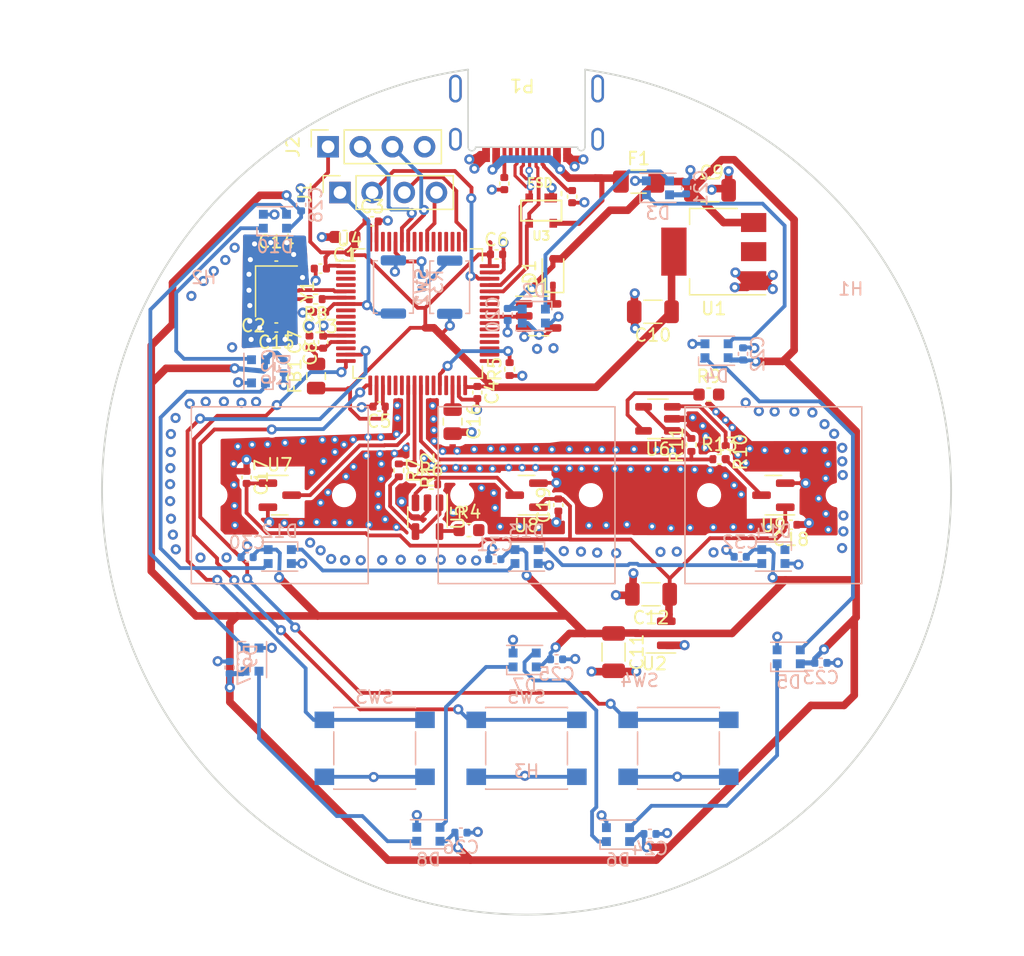
<source format=kicad_pcb>
(kicad_pcb (version 20221018) (generator pcbnew)
  (title_block (title "RP2040 Minimal Design Example") (date "2020-07-13") (rev "REV1") (company "Raspberry Pi (Trading) Ltd"))
  (layers (0 "F.Cu" mixed) (1 "In1.Cu" power "GND") (2 "In2.Cu" power "GND2") (31 "B.Cu" mixed) (34 "B.Paste" user) (35 "F.Paste" user) (36 "B.SilkS" user "B.Silkscreen") (37 "F.SilkS" user "F.Silkscreen") (38 "B.Mask" user) (39 "F.Mask" user) (44 "Edge.Cuts" user))
  (net 0 "")
  (net 1 "GND")
  (net 2 "VBUS")
  (net 3 "BUTT0")
  (net 4 "Net-(D6-DOUT)")
  (net 5 "+5V")
  (net 6 "Net-(D3-DOUT)")
  (net 7 "Net-(D4-DOUT)")
  (net 8 "Net-(D5-DOUT)")
  (net 9 "Net-(P1-CC1)")
  (net 10 "Net-(P1-CC2)")
  (net 12 "Net-(D10-DIN)")
  (net 13 "OSC_IN")
  (net 14 "Net-(D7-DOUT)")
  (net 15 "USB_D+")
  (net 16 "USB_D-")
  (net 17 "LED_D")
  (net 18 "ADC_IN1")
  (net 19 "OSC_OUT")
  (net 20 "BOOT0")
  (net 21 "ADC_IN2")
  (net 22 "ADC_IN3")
  (net 23 "BUTT1")
  (net 24 "BUTT2")
  (net 25 "NRST")
  (net 26 "BOOT1")
  (net 30 "Net-(D1-K)")
  (net 31 "Net-(D10-DOUT)")
  (net 32 "Net-(D2-DOUT)")
  (net 33 "Net-(D2-DIN)")
  (net 34 "Net-(D11-DOUT)")
  (net 35 "VDD")
  (net 36 "VDDA")
  (net 37 "Net-(C15-Pad1)")
  (net 38 "SWDIO")
  (net 39 "SWCLK")
  (net 40 "SWO")
  (net 41 "USART1_RX")
  (net 42 "USART1_TX")
  (net 43 "V_test")
  (net 44 "Net-(U4-VCAP1)")
  (net 45 "Net-(U5-+)")
  (net 46 "ALT_ADC_2")
  (net 47 "Net-(U5--)")
  (net 48 "ALT_ADC_3")
  (net 82 "Net-(R3-Pad1)")
  (net 83 "Net-(U5-V+)")
  (net 84 "Net-(U6-V+)")
  (net 85 "Net-(U6-+)")
  (net 86 "Net-(U6--)")
  (net 87 "Net-(D12-DOUT)")
  (net 88 "Net-(D13-DOUT)")
  (net 90 "+4V4")
  (net 91 "Net-(D8-DOUT)")
  (net 92 "S_ADC_IN2")
  (net 93 "O_ADC_IN2")
  (net 94 "O_ADC_IN3")
  (net 95 "S_ADC_IN3")
  (footprint "Package_TO_SOT_SMD:SOT-23-5" (layer "F.Cu") (at 110.38 93.97 180)
    (fp_text reference "U6")
    (fp_text value "MCP6001-OT")
  )
  (footprint "Capacitor_SMD:C_0805_2012Metric" (layer "F.Cu") (at 83.37 90.59 90)
    (fp_text reference "FB1")
    (fp_text value "GZ2012D601TF")
  )
  (footprint "Capacitor_SMD:C_0603_1608Metric" (layer "F.Cu") (at 85.65 79.6 180)
    (fp_text reference "C1")
    (fp_text value "4u7")
  )
  (footprint "Package_TO_SOT_SMD:SOT-23-5" (layer "F.Cu") (at 100.95 85.84)
    (fp_text reference "Q1")
    (fp_text value "SN74LV1T34DBV")
  )
  (footprint "Connector_USB:USB-TYPE-C-016_Receptacle_DEALON_16P_MidMnt" (layer "F.Cu") (at 100 67.88 180)
    (fp_text reference "P1")
    (fp_text value "USB-TYPE-C-016" hide)
    (fp_line (start -4.62 -4.6) (end -4.625 1.5) (stroke (width 0.12)) (layer "Edge.Cuts"))
    (fp_line (start -4.025 -4.625) (end 4.025 -4.625) (stroke (width 0.12)) (layer "Edge.Cuts"))
    (fp_line (start 4.62 -4.6) (end 4.625 1.5) (stroke (width 0.12)) (layer "Edge.Cuts"))
    (fp_arc (start -4.62 -4.6) (mid -4.335 -4.91) (end -4.025 -4.625) (stroke (width 0.12)) (layer "Edge.Cuts"))
    (fp_arc (start 4.025 -4.625) (mid 4.335 -4.91) (end 4.62 -4.6) (stroke (width 0.12)) (layer "Edge.Cuts"))
  )
  (footprint "Capacitor_SMD:C_0402_1005Metric" (layer "F.Cu") (at 83.65 85.52 180)
    (fp_text reference "C13")
    (fp_text value "100n")
  )
  (footprint "Capacitor_SMD:C_0402_1005Metric" (layer "F.Cu") (at 88.355 93 180)
    (fp_text reference "C5")
    (fp_text value "100n")
  )
  (footprint "Package_TO_SOT_SMD:SOT-23" (layer "F.Cu") (at 119.5 100 180)
    (fp_text reference "U9")
    (fp_text value "~")
  )
  (footprint "Package_TO_SOT_SMD:SOT-23" (layer "F.Cu") (at 110.1 110.91 180)
    (fp_text reference "U2")
    (fp_text value "ME6208A44M3G")
  )
  (footprint "Resistor_SMD:R_0402_1005Metric" (layer "F.Cu") (at 92.47 99.14)
    (fp_text reference "R6")
    (fp_text value "DNP")
  )
  (footprint "Crystal:Crystal_SMD_3225-4Pin_3.2x2.5mm" (layer "F.Cu") (at 80.24 83.895 -90)
    (fp_text reference "Y1")
    (fp_text value "16MHz" hide)
  )
  (footprint "Keebio-Parts:SOT-143B" (layer "F.Cu") (at 101.16 77.52 180)
    (fp_text reference "U3")
    (fp_text value "PRTR5V0U2X" hide)
  )
  (footprint "Resistor_SMD:R_0402_1005Metric" (layer "F.Cu") (at 115.23 97.16)
    (fp_text reference "R13")
    (fp_text value "0")
  )
  (footprint "Resistor_SMD:R_0402_1005Metric" (layer "F.Cu") (at 115.73 96.6 -90)
    (fp_text reference "R10")
    (fp_text value "DNP")
  )
  (footprint "Capacitor_SMD:C_1206_3216Metric" (layer "F.Cu") (at 114.49 75.91)
    (fp_text reference "C9")
    (fp_text value "10u")
  )
  (footprint "Capacitor_SMD:C_0402_1005Metric" (layer "F.Cu") (at 83.71 82.1 180)
    (fp_text reference "C2")
    (fp_text value "100n")
  )
  (footprint "Capacitor_SMD:C_0402_1005Metric" (layer "F.Cu") (at 103.6 76.415 -90)
    (fp_text reference "R1" hide)
    (fp_text value "5.1k" hide)
  )
  (footprint "Capacitor_SMD:C_1206_3216Metric" (layer "F.Cu") (at 106.8725 112.4 -90)
    (fp_text reference "C11")
    (fp_text value "10u")
  )
  (footprint "Package_TO_SOT_SMD:SOT-223-3_TabPin2" (layer "F.Cu") (at 114.79 80.76 180)
    (fp_text reference "U1")
    (fp_text value "AMS1117-2.5")
  )
  (footprint "Capacitor_SMD:C_0402_1005Metric" (layer "F.Cu") (at 77.88 98.59 -90)
    (fp_text reference "C17")
    (fp_text value "100n")
  )
  (footprint "Capacitor_SMD:C_0603_1608Metric" (layer "F.Cu") (at 114.4 92.05)
    (fp_text reference "R9")
    (fp_text value "DNP")
  )
  (footprint "Capacitor_SMD:C_0402_1005Metric" (layer "F.Cu") (at 83.93 87.91 90)
    (fp_text reference "C8")
    (fp_text value "10n")
  )
  (footprint "Capacitor_SMD:C_1206_3216Metric" (layer "F.Cu") (at 109.98 85.51 180)
    (fp_text reference "C10")
    (fp_text value "10u")
  )
  (footprint "Capacitor_SMD:C_0402_1005Metric" (layer "F.Cu") (at 87.805 78.37)
    (fp_text reference "C3")
    (fp_text value "100n")
  )
  (footprint "Connector_PinSocket_2.54mm:PinSocket_1x04_P2.54mm_Vertical" (layer "F.Cu") (at 84.32 72.475 90)
    (fp_text reference "J2")
    (fp_text value "Conn_01x04_Socket")
  )
  (footprint "Resistor_SMD:R_0402_1005Metric" (layer "F.Cu") (at 113.02 96.03 90)
    (fp_text reference "R11")
    (fp_text value "DNP")
  )
  (footprint "Resistor_SMD:R_0402_1005Metric" (layer "F.Cu") (at 83.34 84.51 180)
    (fp_text reference "R8")
    (fp_text value "47")
  )
  (footprint "Package_TO_SOT_SMD:SOT-23" (layer "F.Cu") (at 100 100 180)
    (fp_text reference "U8")
    (fp_text value "~")
  )
  (footprint "Capacitor_SMD:C_0402_1005Metric" (layer "F.Cu") (at 97.63 80.98)
    (fp_text reference "C6")
    (fp_text value "100n")
  )
  (footprint "Capacitor_SMD:C_0402_1005Metric" (layer "F.Cu") (at 102.51 100.78 90)
    (fp_text reference "C19")
    (fp_text value "100n")
  )
  (footprint "Package_TO_SOT_SMD:SOT-23-5" (layer "F.Cu") (at 92.175 101.7375 -90)
    (fp_text reference "U5")
    (fp_text value "MCP6001-OT")
  )
  (footprint "Diode_SMD:D_SOD-323" (layer "F.Cu") (at 102.0825 82.38 90)
    (fp_text reference "D1")
    (fp_text value "1N4148WS")
  )
  (footprint "Package_TO_SOT_SMD:SOT-23" (layer "F.Cu") (at 80.5 100)
    (fp_text reference "U7")
    (fp_text value "~")
  )
  (footprint "Capacitor_SMD:C_0402_1005Metric" (layer "F.Cu") (at 98.242 75.383 -90)
    (fp_text reference "R2" hide)
    (fp_text value "5.1k" hide)
  )
  (footprint "Resistor_SMD:R_0402_1005Metric" (layer "F.Cu") (at 98.66 90.04 90)
    (fp_text reference "R5")
    (fp_text value "10k" hide)
  )
  (footprint "Capacitor_SMD:C_0402_1005Metric" (layer "F.Cu") (at 82.85 87.9 90)
    (fp_text reference "C7")
    (fp_text value "1u")
  )
  (footprint "Capacitor_SMD:C_0402_1005Metric" (layer "F.Cu") (at 120.88 102.34 180)
    (fp_text reference "C18")
    (fp_text value "100n")
  )
  (footprint "Capacitor_SMD:C_1206_3216Metric" (layer "F.Cu") (at 109.8325 107.83 180)
    (fp_text reference "C12")
    (fp_text value "10u")
  )
  (footprint "Capacitor_SMD:C_0402_1005Metric" (layer "F.Cu") (at 80.23 86.755 180)
    (fp_text reference "C15")
    (fp_text value "12p")
  )
  (footprint "Capacitor_SMD:C_0402_1005Metric" (layer "F.Cu") (at 96.11 91.888959 -90)
    (fp_text reference "C4")
    (fp_text value "100n")
  )
  (footprint "Resistor_SMD:R_0402_1005Metric" (layer "F.Cu") (at 91.03 98.03 -90)
    (fp_text reference "R12")
    (fp_text value "0")
  )
  (footprint "Capacitor_SMD:C_0402_1005Metric" (layer "F.Cu") (at 80.23 81.145)
    (fp_text reference "C14")
    (fp_text value "12p")
  )
  (footprint "Package_QFP:LQFP-64_10x10mm_P0.5mm" (layer "F.Cu") (at 91.4 85.65)
    (fp_text reference "U4")
    (fp_text value "STM32F401RCTx")
  )
  (footprint "Connector_PinSocket_2.54mm:PinSocket_1x04_P2.54mm_Vertical" (layer "F.Cu") (at 85.26 76.09 90)
    (fp_text reference "J1")
    (fp_text value "Conn_01x04_Socket")
  )
  (footprint "Fuse:Fuse_1206_3216Metric" (layer "F.Cu") (at 108.85 75.23)
    (fp_text reference "F1")
    (fp_text value "nSMD050-24V" hide)
  )
  (footprint "Capacitor_SMD:C_0805_2012Metric" (layer "F.Cu") (at 94.16 94.188959 -90)
    (fp_text reference "C16")
    (fp_text value "4.7u")
  )
  (footprint "Resistor_SMD:R_0402_1005Metric" (layer "F.Cu") (at 89.91 98.04 -90)
    (fp_text reference "R7")
    (fp_text value "DNP")
  )
  (footprint "Capacitor_SMD:C_0603_1608Metric" (layer "F.Cu") (at 95.45 102.76)
    (fp_text reference "R4")
    (fp_text value "DNP")
  )
  (footprint "Capacitor_SMD:C_0402_1005Metric" (layer "B.Cu") (at 82.19 77.06 90)
    (fp_text reference "C28")
    (fp_text value "100n")
  )
  (footprint "LED_SMD:LED_WS2812B-2020_PLCC4_2.0x2.0mm" (layer "B.Cu") (at 119.5 104.85 180)
    (fp_text reference "D14")
    (fp_text value "WS2812B-2020")
  )
  (footprint "Capacitor_SMD:C_0402_1005Metric" (layer "B.Cu") (at 116.88 104.87 180)
    (fp_text reference "C32")
    (fp_text value "100n")
  )
  (footprint "Button_Switch_SMD:SW_Push_1P1T_NO_6x6mm_H9.5mm" (layer "B.Cu") (at 112 120 180)
    (fp_text reference "SW4")
    (fp_text value "BUTT3")
  )
  (footprint "Capacitor_SMD:C_0402_1005Metric" (layer "B.Cu") (at 102.37 112.97)
    (fp_text reference "C25")
    (fp_text value "100n")
  )
  (footprint "Capacitor_SMD:C_0402_1005Metric" (layer "B.Cu") (at 76.54 113.62 90)
    (fp_text reference "C27")
    (fp_text value "100n")
  )
  (footprint "MountingHole:MountingHole_3.2mm_M3" (layer "B.Cu") (at 100 126 180)
    (fp_text reference "H3")
    (fp_text value "MountingHole_3.2mm_M3")
  )
  (footprint "Capacitor_SMD:C_0402_1005Metric" (layer "B.Cu") (at 80.81 89.86 -90)
    (fp_text reference "C29")
    (fp_text value "100n")
  )
  (footprint "Button_Switch_SMD:SW_Push_1P1T_NO_6x6mm_H9.5mm" (layer "B.Cu") (at 88 120 180)
    (fp_text reference "SW3")
    (fp_text value "BUTT1")
  )
  (footprint "LED_SMD:LED_WS2812B-2020_PLCC4_2.0x2.0mm" (layer "B.Cu") (at 110.38 75.72)
    (fp_text reference "D3")
    (fp_text value "WS2812B-2020")
  )
  (footprint "Button_Switch_Keyboard:SW_Lekker_MX_1.00u_PCB" (layer "B.Cu") (at 119.5 100 180)
    (fp_text reference "REF**" hide)
    (fp_text value "SW_Lekker_MX_1.00u_PCB")
  )
  (footprint "Capacitor_SMD:C_0402_1005Metric" (layer "B.Cu") (at 98.508 85.728 -90)
    (fp_text reference "C20")
    (fp_text value "100n")
  )
  (footprint "Button_Switch_Keyboard:SW_Lekker_MX_1.00u_PCB" (layer "B.Cu") (at 100 100 180)
    (fp_text reference "REF**" hide)
    (fp_text value "SW_Lekker_MX_1.00u_PCB")
  )
  (footprint "Capacitor_SMD:C_0402_1005Metric" (layer "B.Cu") (at 97.49 105.06 180)
    (fp_text reference "C31")
    (fp_text value "100n")
  )
  (footprint "Capacitor_SMD:C_0402_1005Metric" (layer "B.Cu") (at 112.61 75.72 90)
    (fp_text reference "C21")
    (fp_text value "100n")
  )
  (footprint "LED_SMD:LED_WS2812B-2020_PLCC4_2.0x2.0mm" (layer "B.Cu") (at 100 104.85 180)
    (fp_text reference "D13")
    (fp_text value "WS2812B-2020")
  )
  (footprint "LED_SMD:LED_WS2812B-2020_PLCC4_2.0x2.0mm" (layer "B.Cu") (at 92.245 126.79)
    (fp_text reference "D8")
    (fp_text value "WS2812B-2020")
  )
  (footprint "LED_SMD:LED_WS2812B-2020_PLCC4_2.0x2.0mm" (layer "B.Cu") (at 78.31 112.99 -90)
    (fp_text reference "D9")
    (fp_text value "WS2812B-2020")
  )
  (footprint "MountingHole:MountingHole_3.2mm_M3" (layer "B.Cu") (at 74.5 87 180)
    (fp_text reference "H2")
    (fp_text value "MountingHole_3.2mm_M3")
  )
  (footprint "Capacitor_SMD:C_0402_1005Metric" (layer "B.Cu") (at 117.1 88.84 90)
    (fp_text reference "C22")
    (fp_text value "100n")
  )
  (footprint "LED_SMD:LED_WS2812B-2020_PLCC4_2.0x2.0mm" (layer "B.Cu") (at 78.82 90.215 90)
    (fp_text reference "D11")
    (fp_text value "WS2812B-2020")
  )
  (footprint "Resistor_SMD:R_0402_1005Metric" (layer "B.Cu") (at 91.72 83.15 90)
    (fp_text reference "R3")
    (fp_text value "10k")
  )
  (footprint "MountingHole:MountingHole_3.2mm_M3" (layer "B.Cu") (at 125.5 87 180)
    (fp_text reference "H1")
    (fp_text value "MountingHole_3.2mm_M3")
  )
  (footprint "LED_SMD:LED_WS2812B-2020_PLCC4_2.0x2.0mm" (layer "B.Cu") (at 115.01 88.59)
    (fp_text reference "D4")
    (fp_text value "WS2812B-2020")
  )
  (footprint "LED_SMD:LED_WS2812B-2020_PLCC4_2.0x2.0mm" (layer "B.Cu") (at 80.5 104.85 180)
    (fp_text reference "D12")
    (fp_text value "WS2812B-2020")
  )
  (footprint "LED_SMD:LED_WS2812B-2020_PLCC4_2.0x2.0mm" (layer "B.Cu") (at 99.85 113.02)
    (fp_text reference "D7")
    (fp_text value "WS2812B-2020")
  )
  (footprint "Button_Switch_SMD:SW_Push_1P1T_NO_6x6mm_H9.5mm" (layer "B.Cu") (at 100 120 180)
    (fp_text reference "SW5")
    (fp_text value "BUTT2")
  )
  (footprint "Capacitor_SMD:C_0402_1005Metric" (layer "B.Cu") (at 77.92 104.9 180)
    (fp_text reference "C30")
    (fp_text value "100n")
  )
  (footprint "LED_SMD:LED_WS2812B-2020_PLCC4_2.0x2.0mm" (layer "B.Cu") (at 100.575 85.85 180)
    (fp_text reference "D2")
    (fp_text value "WS2812B-2020")
  )
  (footprint "Button_Switch_Keyboard:SW_Lekker_MX_1.00u_PCB" (layer "B.Cu") (at 80.5 100 180)
    (fp_text reference "REF**" hide)
    (fp_text value "SW_Lekker_MX_1.00u_PCB")
  )
  (footprint "LED_SMD:LED_WS2812B-2020_PLCC4_2.0x2.0mm" (layer "B.Cu") (at 80.12 78.36)
    (fp_text reference "D10")
    (fp_text value "WS2812B-2020")
  )
  (footprint "LED_SMD:LED_WS2812B-2020_PLCC4_2.0x2.0mm" (layer "B.Cu") (at 107.225001 126.814999)
    (fp_text reference "D6")
    (fp_text value "WS2812B-2020")
  )
  (footprint "Capacitor_SMD:C_0402_1005Metric" (layer "B.Cu") (at 109.747001 126.762999)
    (fp_text reference "C24")
    (fp_text value "100n")
  )
  (footprint "Button_Switch_SMD:SW_Push_SPST_NO_Alps_SKRK" (layer "B.Cu") (at 93.93 83.57 -90)
    (fp_text reference "SW1")
    (fp_text value "SKRKAHE020")
  )
  (footprint "LED_SMD:LED_WS2812B-2020_PLCC4_2.0x2.0mm" (layer "B.Cu") (at 120.71 112.77)
    (fp_text reference "D5")
    (fp_text value "WS2812B-2020" hide)
  )
  (footprint "Capacitor_SMD:C_0402_1005Metric" (layer "B.Cu") (at 94.815 126.66)
    (fp_text reference "C26")
    (fp_text value "100n")
  )
  (footprint "Button_Switch_SMD:SW_Push_SPST_NO_Alps_SKRK" (layer "B.Cu") (at 89.48 83.55 90)
    (fp_text reference "SW2")
    (fp_text value "SKRKAHE020")
  )
  (footprint "Capacitor_SMD:C_0402_1005Metric" (layer "B.Cu") (at 123.25 113.25)
    (fp_text reference "C23")
    (fp_text value "100n")
  )
  (gr_arc (start 104.625 66.38) (mid 99.997523 133.136981) (end 95.379906 66.379318) (stroke (width 0.15)) (layer "Edge.Cuts"))
  (segment (start 80.89 80.965) (end 81.37 80.965) (width 0.3) (layer "F.Cu") (net 1))
  (segment (start 99.82 87.74) (end 99.8125 87.7325) (width 0.3) (layer "F.Cu") (net 1))
  (segment (start 90.17 100.914607) (end 90.13 100.52) (width 0.3) (layer "F.Cu") (net 1))
  (segment (start 108.6625 113.92) (end 108.535 113.93) (width 0.6) (layer "F.Cu") (net 1))
  (segment (start 87.155 93) (end 87.105 93.05) (width 0.3) (layer "F.Cu") (net 1))
  (segment (start 120.4375 99.05) (end 121.89 99.05) (width 0.3) (layer "F.Cu") (net 1))
  (segment (start 115.965 74.4) (end 115.965 75.91) (width 0.6) (layer "F.Cu") (net 1))
  (segment (start 86.975 93.18) (end 87.125 93.03) (width 0.3) (layer "F.Cu") (net 1))
  (segment (start 78.92 86.78) (end 78.945 86.755) (width 0.3) (layer "F.Cu") (net 1))
  (segment (start 94.898959 92.45) (end 96.028959 92.45) (width 0.3) (layer "F.Cu") (net 1))
  (segment (start 88.965 78.3) (end 88.955 78.3) (width 0.3) (layer "F.Cu") (net 1))
  (segment (start 79.39 84.995) (end 79.39 86.395) (width 0.3) (layer "F.Cu") (net 1))
  (segment (start 78.945 86.755) (end 79.75 86.755) (width 0.3) (layer "F.Cu") (net 1))
  (segment (start 97.313 75.863) (end 97.31 75.86) (width 0.3) (layer "F.Cu") (net 1))
  (segment (start 81.37 80.965) (end 81.6 80.985) (width 0.3) (layer "F.Cu") (net 1))
  (segment (start 79.32 85.025) (end 78.17 85.025) (width 0.6) (layer "F.Cu") (net 1))
  (segment (start 96.8 73.105) (end 96.347355 73.105) (width 0.6) (layer "F.Cu") (net 1))
  (segment (start 82.39 85.58) (end 82.32 85.58) (width 0.3) (layer "F.Cu") (net 1))
  (segment (start 105.16 113.94) (end 105.17 113.94) (width 0.6) (layer "F.Cu") (net 1))
  (segment (start 99.66 90.57) (end 98.64 90.57) (width 0.3) (layer "F.Cu") (net 1))
  (segment (start 95.479259 73.467682) (end 95.764073 73.467682) (width 0.3) (layer "F.Cu") (net 1))
  (segment (start 119.45 83.72) (end 119.45 83.79) (width 0.6) (layer "F.Cu") (net 1))
  (segment (start 114.710946 75.78) (end 115.665 75.78) (width 0.6) (layer "F.Cu") (net 1))
  (segment (start 88.15 91.325) (end 88.15 92.725) (width 0.3) (layer "F.Cu") (net 1))
  (segment (start 105.18 113.94) (end 105.1325 113.93) (width 0.6) (layer "F.Cu") (net 1))
  (segment (start 94.65 92.201041) (end 94.898959 92.45) (width 0.3) (layer "F.Cu") (net 1))
  (segment (start 119.45 83.79) (end 118.72 83.06) (width 0.6) (layer "F.Cu") (net 1))
  (segment (start 122.31 102.2) (end 121.34 102.2) (width 0.3) (layer "F.Cu") (net 1))
  (segment (start 83.34 82.21) (end 83.23 82.1) (width 0.3) (layer "F.Cu") (net 1))
  (segment (start 108.52 84.09) (end 108.52 85.22) (width 0.6) (layer "F.Cu") (net 1))
  (segment (start 118.72 83.06) (end 117.94 83.06) (width 0.6) (layer "F.Cu") (net 1))
  (segment (start 102.360369 99.016682) (end 102.350369 99.026682) (width 0.3) (layer "F.Cu") (net 1))
  (segment (start 103.8 73.95) (end 103.72 73.87) (width 0.3) (layer "F.Cu") (net 1))
  (segment (start 95.66 94.958959) (end 95.61 95.008959) (width 0.3) (layer "F.Cu") (net 1))
  (segment (start 79.67 102.13175) (end 79.5625 102.02425) (width 0.3) (layer "F.Cu") (net 1))
  (segment (start 108.55 84.06) (end 108.52 84.09) (width 0.6) (layer "F.Cu") (net 1))
  (segment (start 106.855 113.94) (end 105.18 113.94) (width 0.6) (layer "F.Cu") (net 1))
  (segment (start 116.59 82.41) (end 116.5 82.41) (width 0.6) (layer "F.Cu") (net 1))
  (segment (start 122.05 99.05) (end 122.05 99.21) (width 0.3) (layer "F.Cu") (net 1))
  (segment (start 94.55 95.018959) (end 95.6 95.018959) (width 0.6) (layer "F.Cu") (net 1))
  (segment (start 111.0375 111.86) (end 112.4725 111.86) (width 0.6) (layer "F.Cu") (net 1))
  (segment (start 96.11 93.238959) (end 96.09 93.258959) (width 0.3) (layer "F.Cu") (net 1))
  (segment (start 89.035 78.31) (end 88.965 78.3) (width 0.3) (layer "F.Cu") (net 1))
  (segment (start 90.13 100.52) (end 90.17 100.77) (width 0.3) (layer "F.Cu") (net 1))
  (segment (start 107.0625 107.9) (end 107.2175 107.91) (width 0.6) (layer "F.Cu") (net 1))
  (segment (start 121.89 99.05) (end 121.89 99.05) (width 0.3) (layer "F.Cu") (net 1))
  (segment (start 104.375 76.895) (end 104.57 76.86) (width 0.3) (layer "F.Cu") (net 1))
  (segment (start 88.15 92.725) (end 87.875 93) (width 0.3) (layer "F.Cu") (net 1))
  (segment (start 82.3 82.855) (end 82.25 82.805) (width 0.3) (layer "F.Cu") (net 1))
  (segment (start 102.51 101.26) (end 102.460369 101.309631) (width 0.3) (layer "F.Cu") (net 1))
  (segment (start 119.38 83.72) (end 119.45 83.72) (width 0.6) (layer "F.Cu") (net 1))
  (segment (start 88.945 78.3) (end 89.035 78.31) (width 0.3) (layer "F.Cu") (net 1))
  (segment (start 116.68 82.5) (end 116.59 82.41) (width 0.6) (layer "F.Cu") (net 1))
  (segment (start 114.620433 75.870513) (end 114.710946 75.78) (width 0.6) (layer "F.Cu") (net 1))
  (segment (start 82.24 82.795) (end 82.25 82.805) (width 0.3) (layer "F.Cu") (net 1))
  (segment (start 95.66 95.028959) (end 95.66 94.958959) (width 0.3) (layer "F.Cu") (net 1))
  (segment (start 98.17 80.05) (end 98.17 81.168959) (width 0.3) (layer "F.Cu") (net 1))
  (segment (start 98.242 75.863) (end 97.313 75.863) (width 0.3) (layer "F.Cu") (net 1))
  (segment (start 81.6 80.985) (end 81.41 80.965) (width 0.3) (layer "F.Cu") (net 1))
  (segment (start 108.58 86.83) (end 108.59 86.83) (width 0.6) (layer "F.Cu") (net 1))
  (segment (start 83.96 86.61) (end 83.91 86.66) (width 0.3) (layer "F.Cu") (net 1))
  (segment (start 98.17 81.168959) (end 98.19 81.188959) (width 0.3) (layer "F.Cu") (net 1))
  (segment (start 96.8 73.105) (end 96.8 73.22) (width 0.6) (layer "F.Cu") (net 1))
  (segment (start 95.953897 73.364117) (end 95.850332 73.467682) (width 0.6) (layer "F.Cu") (net 1))
  (segment (start 117.42 83.58) (end 117.94 83.06) (width 0.6) (layer "F.Cu") (net 1))
  (segment (start 103.6 76.895) (end 104.375 76.895) (width 0.3) (layer "F.Cu") (net 1))
  (segment (start 97.26 75.86) (end 97.26 75.81) (width 0.3) (layer "F.Cu") (net 1))
  (segment (start 77.88 98.11) (end 77.88 97.35) (width 0.3) (layer "F.Cu") (net 1))
  (segment (start 122.05 99.21) (end 121.98 99.14) (width 0.3) (layer "F.Cu") (net 1))
  (segment (start 81.09 82.795) (end 81.09 81.525) (width 0.3) (layer "F.Cu") (net 1))
  (segment (start 98.19 81.188959) (end 98.19 81.638959) (width 0.3) (layer "F.Cu") (net 1))
  (segment (start 116.02 76.0825) (end 116 76.1025) (width 0.6) (layer "F.Cu") (net 1))
  (segment (start 107.2175 107.91) (end 107.2275 107.91) (width 0.6) (layer "F.Cu") (net 1))
  (segment (start 83.91 86.66) (end 83.91 87.15) (width 0.3) (layer "F.Cu") (net 1))
  (segment (start 105.1325 113.93) (end 105.16 113.94) (width 0.6) (layer "F.Cu") (net 1))
  (segment (start 97.31 75.86) (end 97.26 75.86) (width 0.3) (layer "F.Cu") (net 1))
  (segment (start 95.6 95.018959) (end 95.59 95.028959) (width 0.3) (layer "F.Cu") (net 1))
  (segment (start 78.04 97.19) (end 77.89 97.34) (width 0.3) (layer "F.Cu") (net 1))
  (segment (start 98.2 82.151041) (end 97.951041 82.4) (width 0.3) (layer "F.Cu") (net 1))
  (segment (start 92.175 100.6) (end 92.175 101.269607) (width 0.3) (layer "F.Cu") (net 1))
  (segment (start 104.489898 73.474466) (end 103.569466 73.474466) (width 0.6) (layer "F.Cu") (net 1))
  (segment (start 117.2 83.02) (end 117.38 83.02) (width 0.6) (layer "F.Cu") (net 1))
  (segment (start 91.117893 101.8625) (end 90.17 100.914607) (width 0.3) (layer "F.Cu") (net 1))
  (segment (start 80.71 81.145) (end 80.89 80.965) (width 0.3) (layer "F.Cu") (net 1))
  (segment (start 103.2 73.35) (end 103.8 73.95) (width 0.6) (layer "F.Cu") (net 1))
  (segment (start 119.3 83.64) (end 119.38 83.72) (width 0.6) (layer "F.Cu") (net 1))
  (segment (start 82.3 82.805) (end 82.3 82.855) (width 0.3) (layer "F.Cu") (net 1))
  (segment (start 117.94 83.06) (end 119 83.06) (width 0.6) (layer "F.Cu") (net 1))
  (segment (start 122.31 102.2) (end 122.34 102.17) (width 0.3) (layer "F.Cu") (net 1))
  (segment (start 95.82 74.2) (end 95.9 74.12) (width 0.6) (layer "F.Cu") (net 1))
  (segment (start 107.2375 107.91) (end 107.0625 107.9) (width 0.6) (layer "F.Cu") (net 1))
  (segment (start 119.45 82.61) (end 119.45 82.61) (width 0.6) (layer "F.Cu") (net 1))
  (segment (start 103.2 73.105) (end 103.2 73.35) (width 0.3) (layer "F.Cu") (net 1))
  (segment (start 95.850332 73.467682) (end 95.479259 73.467682) (width 0.6) (layer "F.Cu") (net 1))
  (segment (start 95.59 95.028959) (end 95.66 95.028959) (width 0.3) (layer "F.Cu") (net 1))
  (segment (start 108.56 86.8) (end 108.58 86.82) (width 0.6) (layer "F.Cu") (net 1))
  (segment (start 119.45 82.61) (end 119.33 82.73) (width 0.6) (layer "F.Cu") (net 1))
  (segment (start 77.88 97.19) (end 78.04 97.19) (width 0.3) (layer "F.Cu") (net 1))
  (segment (start 108.59 86.83) (end 108.54 86.78) (width 0.6) (layer "F.Cu") (net 1))
  (segment (start 79.5625 102.02425) (end 79.5625 100.95) (width 0.3) (layer "F.Cu") (net 1))
  (segment (start 108.54 86.78) (end 108.54 85.717187) (width 0.6) (layer "F.Cu") (net 1))
  (segment (start 98.2 81.648959) (end 98.2 82.151041) (width 0.3) (layer "F.Cu") (net 1))
  (segment (start 88.15 79.975) (end 88.15 78.505) (width 0.3) (layer "F.Cu") (net 1))
  (segment (start 81.09 81.525) (end 80.71 81.145) (width 0.3) (layer "F.Cu") (net 1))
  (segment (start 88.355 78.3) (end 88.945 78.3) (width 0.3) (layer "F.Cu") (net 1))
  (segment (start 96.8 73.22) (end 95.88 74.14) (width 0.6) (layer "F.Cu") (net 1))
  (segment (start 97.951041 82.4) (end 97.075 82.4) (width 0.3) (layer "F.Cu") (net 1))
  (segment (start 101.985023 75.724977) (end 101.985023 76.325023) (width 0.4) (layer "F.Cu") (net 1))
  (segment (start 92.175 101.269607) (end 91.582107 101.8625) (width 0.3) (layer "F.Cu") (net 1))
  (segment (start 86.975 93.05) (end 86.975 93.18) (width 0.3) (layer "F.Cu") (net 1))
  (segment (start 116.5 82.41) (end 116.5 82.32) (width 0.6) (layer "F.Cu") (net 1))
  (segment (start 87.875 93) (end 87.155 93) (width 0.3) (layer "F.Cu") (net 1))
  (segment (start 96.11 92.368959) (end 96.11 93.238959) (width 0.3) (layer "F.Cu") (net 1))
  (segment (start 108.3925 107.24) (end 108.4425 106.17) (width 0.6) (layer "F.Cu") (net 1))
  (segment (start 108.58 86.82) (end 108.58 86.83) (width 0.6) (layer "F.Cu") (net 1))
  (segment (start 102.51 101.97225) (end 102.51 101.26) (width 0.3) (layer "F.Cu") (net 1))
  (segment (start 87.105 93.05) (end 86.975 93.05) (width 0.3) (layer "F.Cu") (net 1))
  (segment (start 85.725 87.4) (end 84.075 87.4) (width 0.3) (layer "F.Cu") (net 1))
  (segment (start 82.32 85.58) (end 82.32 85.65) (width 0.3) (layer "F.Cu") (net 1))
  (segment (start 78.92 86.78) (end 79.105 86.965) (width 0.3) (layer "F.Cu") (net 1))
  (segment (start 102.35 102.13225) (end 102.51 101.97225) (width 0.3) (layer "F.Cu") (net 1))
  (segment (start 116.5 82.32) (end 117.2 83.02) (width 0.6) (layer "F.Cu") (net 1))
  (segment (start 103.569466 73.474466) (end 103.2 73.105) (width 0.6) (layer "F.Cu") (net 1))
  (segment (start 88.15 78.505) (end 88.285 78.37) (width 0.3) (layer "F.Cu") (net 1))
  (segment (start 103.8 74.03) (end 103.8 73.95) (width 0.3) (layer "F.Cu") (net 1))
  (segment (start 83.83 79.61) (end 84.815 79.61) (width 0.6) (layer "F.Cu") (net 1))
  (segment (start 96.347355 73.105) (end 96.235333 73.217022) (width 0.6) (layer "F.Cu") (net 1))
  (segment (start 77.88 97.35) (end 77.88 97.19) (width 0.3) (layer "F.Cu") (net 1))
  (segment (start 108.2125 107.91) (end 107.2375 107.91) (width 0.6) (layer "F.Cu") (net 1))
  (segment (start 96.235333 73.217022) (end 95.953897 73.364117) (width 0.6) (layer "F.Cu") (net 1))
  (segment (start 102.350369 99.026682) (end 100.867869 99.026682) (width 0.3) (layer "F.Cu") (net 1))
  (segment (start 79.105 86.965) (end 79.12 86.965) (width 0.3) (layer "F.Cu") (net 1))
  (segment (start 95.88 74.14) (end 95.88 74.2) (width 0.6) (layer "F.Cu") (net 1))
  (segment (start 121.89 99.05) (end 122.05 99.05) (width 0.3) (layer "F.Cu") (net 1))
  (segment (start 82.32 85.65) (end 82.44 85.53) (width 0.3) (layer "F.Cu") (net 1))
  (segment (start 77.88 97.35) (end 77.88 97.35) (width 0.3) (layer "F.Cu") (net 1))
  (segment (start 81.41 80.965) (end 81.39 80.965) (width 0.3) (layer "F.Cu") (net 1))
  (segment (start 108.545 113.93) (end 108.555 113.93) (width 0.6) (layer "F.Cu") (net 1))
  (segment (start 79.39 86.395) (end 79.75 86.755) (width 0.3) (layer "F.Cu") (net 1))
  (segment (start 82.85 86.64) (end 82.85 87.42) (width 0.3) (layer "F.Cu") (net 1))
  (segment (start 82.46 85.51) (end 82.39 85.58) (width 0.3) (layer "F.Cu") (net 1))
  (segment (start 98.19 81.638959) (end 98.2 81.648959) (width 0.3) (layer "F.Cu") (net 1))
  (segment (start 99.82 87.4975) (end 99.82 87.74) (width 0.3) (layer "F.Cu") (net 1))
  (segment (start 117.185 83.12) (end 118.28 83.12) (width 0.6) (layer "F.Cu") (net 1))
  (segment (start 108.535 113.93) (end 106.86 113.93) (width 0.6) (layer "F.Cu") (net 1))
  (segment (start 81.09 82.795) (end 82.24 82.795) (width 0.6) (layer "F.Cu") (net 1))
  (segment (start 84.075 87.575) (end 83.93 87.43) (width 0.3) (layer "F.Cu") (net 1))
  (segment (start 119.45 82.61) (end 119.45 82.61) (width 0.6) (layer "F.Cu") (net 1))
  (segment (start 94.65 91.325) (end 94.65 92.201041) (width 0.3) (layer "F.Cu") (net 1))
  (segment (start 108.555 113.93) (end 108.6625 113.92) (width 0.6) (layer "F.Cu") (net 1))
  (segment (start 88.285 78.37) (end 88.355 78.3) (width 0.3) (layer "F.Cu") (net 1))
  (segment (start 83.34 83.0505) (end 83.34 82.21) (width 0.3) (layer "F.Cu") (net 1))
  (segment (start 91.582107 101.8625) (end 91.117893 101.8625) (width 0.3) (layer "F.Cu") (net 1))
  (segment (start 108.4425 106.17) (end 108.3925 106.255) (width 0.6) (layer "F.Cu") (net 1))
  (segment (start 119 83.06) (end 119.45 82.61) (width 0.6) (layer "F.Cu") (net 1))
  (segment (start 112.4725 111.86) (end 112.4825 111.85) (width 0.6) (layer "F.Cu") (net 1))
  (segment (start 116.45 83.58) (end 117.42 83.58) (width 0.6) (layer "F.Cu") (net 1))
  (segment (start 97.26 75.81) (end 97.31 75.86) (width 0.3) (layer "F.Cu") (net 1))
  (segment (start 99.8125 87.7325) (end 99.8125 86.79) (width 0.3) (layer "F.Cu") (net 1))
  (segment (start 82.25 82.805) (end 82.3 82.805) (width 0.3) (layer "F.Cu") (net 1))
  (segment (start 104.57 76.86) (end 104.39 76.88) (width 0.3) (layer "F.Cu") (net 1))
  (segment (start 96.028959 92.45) (end 96.11 92.368959) (width 0.3) (layer "F.Cu") (net 1))
  (segment (start 83.21 85.51) (end 82.46 85.51) (width 0.3) (layer "F.Cu") (net 1))
  (segment (start 95.88 74.2) (end 95.82 74.2) (width 0.6) (layer "F.Cu") (net 1))
  (via (at 102 96.39) (size 0.6) (drill 0.3) (layers "F.Cu" "B.Cu") (net 1))
  (via (at 124.3 95.15) (size 0.8) (drill 0.4) (layers "F.Cu" "B.Cu") (net 1))
  (via (at 72.27 93.9) (size 0.8) (drill 0.4) (layers "F.Cu" "B.Cu") (net 1))
  (via (at 104.93 102.4) (size 0.6) (drill 0.3) (layers "F.Cu" "B.Cu") (net 1))
  (via (at 116.25 94.66) (size 0.6) (drill 0.3) (layers "F.Cu" "B.Cu") (net 1))
  (via (at 87.47 95.4205) (size 0.6) (drill 0.3) (layers "F.Cu" "B.Cu") (net 1))
  (via (at 124.594 113.234) (size 0.8) (drill 0.4) (layers "F.Cu" "B.Cu") (net 1))
  (via (at 75.6 113.12) (size 0.8) (drill 0.4) (layers "F.Cu" "B.Cu") (net 1))
  (via (at 83.96 86.61) (size 0.8) (drill 0.4) (layers "F.Cu" "B.Cu") (net 1))
  (via (at 95.66 95.028959) (size 0.8) (drill 0.4) (layers "F.Cu" "B.Cu") (net 1))
  (via (at 100.83 88.44) (size 0.8) (drill 0.4) (layers "F.Cu" "B.Cu") (net 1))
  (via (at 125.03 101.61) (size 0.8) (drill 0.4) (layers "F.Cu" "B.Cu") (net 1))
  (via (at 71.89 96.59) (size 0.8) (drill 0.4) (layers "F.Cu" "B.Cu") (net 1))
  (via (at 103.38 96.37) (size 0.6) (drill 0.3) (layers "F.Cu" "B.Cu") (net 1))
  (via (at 113.105 88.05) (size 0.8) (drill 0.4) (layers "F.Cu" "B.Cu") (net 1))
  (via (at 93.37 96.53) (size 0.6) (drill 0.3) (layers "F.Cu" "B.Cu") (net 1))
  (via (at 125.03 102.86) (size 0.8) (drill 0.4) (layers "F.Cu" "B.Cu") (net 1))
  (via (at 116.4 99.22) (size 0.6) (drill 0.3) (layers "F.Cu" "B.Cu") (net 1))
  (via (at 82.32 95.72) (size 0.6) (drill 0.3) (layers "F.Cu" "B.Cu") (net 1))
  (via (at 104.3 104.46) (size 0.8) (drill 0.4) (layers "F.Cu" "B.Cu") (net 1))
  (via (at 77.93 104.03) (size 0.8) (drill 0.4) (layers "F.Cu" "B.Cu") (net 1))
  (via (at 117.31 92.69) (size 0.8) (drill 0.4) (layers "F.Cu" "B.Cu") (net 1))
  (via (at 88.49 95.4205) (size 0.6) (drill 0.3) (layers "F.Cu" "B.Cu") (net 1))
  (via (at 115.965 74.4) (size 0.8) (drill 0.4) (layers "F.Cu" "B.Cu") (net 1))
  (via (at 95.88 74.2) (size 0.8) (drill 0.4) (layers "F.Cu" "B.Cu") (net 1))
  (via (at 78.18 81.39) (size 0.8) (drill 0.4) (layers "F.Cu" "B.Cu") (net 1))
  (via (at 111.01 97.95) (size 0.6) (drill 0.3) (layers "F.Cu" "B.Cu") (net 1))
  (via (at 97.91 102.49) (size 0.6) (drill 0.3) (layers "F.Cu" "B.Cu") (net 1))
  (via (at 92.7 95.73) (size 0.6) (drill 0.3) (layers "F.Cu" "B.Cu") (net 1))
  (via (at 78.32 96.01) (size 0.6) (drill 0.3) (layers "F.Cu" "B.Cu") (net 1))
  (via (at 104.79 96.39) (size 0.6) (drill 0.3) (layers "F.Cu" "B.Cu") (net 1))
  (via (at 98.12 96.35) (size 0.6) (drill 0.3) (layers "F.Cu" "B.Cu") (net 1))
  (via (at 121.48 105.48) (size 0.8) (drill 0.4) (layers "F.Cu" "B.Cu") (net 1))
  (via (at 79.63 87.75) (size 0.8) (drill 0.4) (layers "F.Cu" "B.Cu") (net 1))
  (via (at 102.52 85.8905) (size 0.8) (drill 0.4) (layers "F.Cu" "B.Cu") (net 1))
  (via (at 78.24 87.7) (size 0.8) (drill 0.4) (layers "F.Cu" "B.Cu") (net 1))
  (via (at 96.44 99.43) (size 0.6) (drill 0.3) (layers "F.Cu" "B.Cu") (net 1))
  (via (at 102.13 88.39) (size 0.8) (drill 0.4) (layers "F.Cu" "B.Cu") (net 1))
  (via (at 82.16 75.76) (size 0.8) (drill 0.4) (layers "F.Cu" "B.Cu") (net 1))
  (via (at 98.93 111.43) (size 0.8) (drill 0.4) (layers "F.Cu" "B.Cu") (net 1))
  (via (at 89.035 78.31) (size 0.8) (drill 0.4) (layers "F.Cu" "B.Cu") (net 1))
  (via (at 88.28 99.91) (size 0.6) (drill 0.3) (layers "F.Cu" "B.Cu") (net 1))
  (via (at 108.4425 106.17) (size 0.8) (drill 0.4) (layers "F.Cu" "B.Cu") (net 1))
  (via (at 83.42 102.13) (size 0.6) (drill 0.3) (layers "F.Cu" "B.Cu") (net 1))
  (via (at 108.6625 113.92) (size 0.8) (drill 0.4) (layers "F.Cu" "B.Cu") (net 1))
  (via (at 113.92 94.53) (size 0.6) (drill 0.3) (layers "F.Cu" "B.Cu") (net 1))
  (via (at 114.1 96.25) (size 0.6) (drill 0.3) (layers "F.Cu" "B.Cu") (net 1))
  (via (at 103.84 112.94) (size 0.8) (drill 0.4) (layers "F.Cu" "B.Cu") (net 1))
  (via (at 120.58 96.5) (size 0.6) (drill 0.3) (layers "F.Cu" "B.Cu") (net 1))
  (via (at 111.41 102.61) (size 0.6) (drill 0.3) (layers "F.Cu" "B.Cu") (net 1))
  (via (at 106.29 102.38) (size 0.6) (drill 0.3) (layers "F.Cu" "B.Cu") (net 1))
  (via (at 84.56 105.04) (size 0.8) (drill 0.4) (layers "F.Cu" "B.Cu") (net 1))
  (via (at 107.93 102.32) (size 0.6) (drill 0.3) (layers "F.Cu" "B.Cu") (net 1))
  (via (at 102.35 102.13225) (size 0.8) (drill 0.4) (layers "F.Cu" "B.Cu") (net 1))
  (via (at 89.731114 95.181114) (size 0.6) (drill 0.3) (layers "F.Cu" "B.Cu") (net 1))
  (via (at 97.281748 104.2395) (size 0.8) (drill 0.4) (layers "F.Cu" "B.Cu") (net 1))
  (via (at 73.39 92.77) (size 0.8) (drill 0.4) (layers "F.Cu" "B.Cu") (net 1))
  (via (at 113.28 97.98) (size 0.6) (drill 0.3) (layers "F.Cu" "B.Cu") (net 1))
  (via (at 78.135 85.02) (size 0.8) (drill 0.4) (layers "F.Cu" "B.Cu") (net 1))
  (via (at 75.29 82.29) (size 0.8) (drill 0.4) (layers "F.Cu" "B.Cu") (net 1))
  (via (at 106.97 97.91) (size 0.6) (drill 0.3) (layers "F.Cu" "B.Cu") (net 1))
  (via (at 88.51 98.71) (size 0.6) (drill 0.3) (layers "F.Cu" "B.Cu") (net 1))
  (via (at 98.17 80.05) (size 0.8) (drill 0.4) (layers "F.Cu" "B.Cu") (net 1))
  (via (at 124.93 104.18) (size 0.8) (drill 0.4) (layers "F.Cu" "B.Cu") (net 1))
  (via (at 71.91 101.86) (size 0.8) (drill 0.4) (layers "F.Cu" "B.Cu") (net 1))
  (via (at 83.34 83.0505) (size 0.8) (drill 0.4) (layers "F.Cu" "B.Cu") (net 1))
  (via (at 78.07 83.81) (size 0.8) (drill 0.4) (layers "F.Cu" "B.Cu") (net 1))
  (via (at 111.87 104.46) (size 0.8) (drill 0.4) (layers "F.Cu" "B.Cu") (net 1))
  (via (at 114.620433 75.870513) (size 0.8) (drill 0.4) (layers "F.Cu" "B.Cu") (net 1))
  (via (at 82.9 103.75) (size 0.8) (drill 0.4) (layers "F.Cu" "B.Cu") (net 1))
  (via (at 77.88 97.19) (size 0.8) (drill 0.4) (layers "F.Cu" "B.Cu") (net 1))
  (via (at 108.58 86.83) (size 0.8) (drill 0.4) (layers "F.Cu" "B.Cu") (net 1))
  (via (at 107.08 104.58) (size 0.8) (drill 0.4) (layers "F.Cu" "B.Cu") (net 1))
  (via (at 109.6 97.93) (size 0.6) (drill 0.3) (layers "F.Cu" "B.Cu") (net 1))
  (via (at 76.2 81.42) (size 0.8) (drill 0.4) (layers "F.Cu" "B.Cu") (net 1))
  (via (at 80.085498 77.829977) (size 0.8) (drill 0.4) (layers "F.Cu" "B.Cu") (net 1))
  (via (at 117.995 88.38) (size 0.8) (drill 0.4) (layers "F.Cu" "B.Cu") (net 1))
  (via (at 84.83 102.17) (size 0.6) (drill 0.3) (layers "F.Cu" "B.Cu") (net 1))
  (via (at 82.3 82.805) (size 0.8) (drill 0.4) (layers "F.Cu" "B.Cu") (net 1))
  (via (at 114.75 102.54) (size 0.6) (drill 0.3) (layers "F.Cu" "B.Cu") (net 1))
  (via (at 84.86 96.59) (size 0.6) (drill 0.3) (layers "F.Cu" "B.Cu") (net 1))
  (via (at 87.92 122.27) (size 0.8) (drill 0.4) (layers "F.Cu" "B.Cu") (net 1))
  (via (at 112.4825 111.85) (size 0.8) (drill 0.4) (layers "F.Cu" "B.Cu") (net 1))
  (via (at 114.77 104.52) (size 0.8) (drill 0.4) (layers "F.Cu" "B.Cu") (net 1))
  (via (at 119.45 83.72) (size 0.8) (drill 0.4) (layers "F.Cu" "B.Cu") (net 1))
  (via (at 71.84 100.47) (size 0.8) (drill 0.4) (layers "F.Cu" "B.Cu") (net 1))
  (via (at 89.600667 82.34) (size 0.8) (drill 0.4) (layers "F.Cu" "B.Cu") (net 1))
  (via (at 80.92 95.86) (size 0.6) (drill 0.3) (layers "F.Cu" "B.Cu") (net 1))
  (via (at 124.94 96.26) (size 0.8) (drill 0.4) (layers "F.Cu" "B.Cu") (net 1))
  (via (at 123.82 97.55) (size 0.6) (drill 0.3) (layers "F.Cu" "B.Cu") (net 1))
  (via (at 98.5 87.13) (size 0.8) (drill 0.4) (layers "F.Cu" "B.Cu") (net 1))
  (via (at 72.06 103.12) (size 0.8) (drill 0.4) (layers "F.Cu" "B.Cu") (net 1))
  (via (at 71.84 99.13) (size 0.8) (drill 0.4) (layers "F.Cu" "B.Cu") (net 1))
  (via (at 98.59 97.8295) (size 0.6) (drill 0.3) (layers "F.Cu" "B.Cu") (net 1))
  (via (at 82.32 85.58) (size 0.8) (drill 0.4) (layers "F.Cu" "B.Cu") (net 1))
  (via (at 76.3 104.93) (size 0.8) (drill 0.4) (layers "F.Cu" "B.Cu") (net 1))
  (via (at 116.71 96.81) (size 0.6) (drill 0.3) (layers "F.Cu" "B.Cu") (net 1))
  (via (at 121.16 93.39) (size 0.8) (drill 0.4) (layers "F.Cu" "B.Cu") (net 1))
  (via (at 99.65 97.8295) (size 0.6) (drill 0.3) (layers "F.Cu" "B.Cu") (net 1))
  (via (at 89.562527 96.700108) (size 0.6) (drill 0.3) (layers "F.Cu" "B.Cu") (net 1))
  (via (at 90.47 96.28) (size 0.6) (drill 0.3) (layers "F.Cu" "B.Cu") (net 1))
  (via (at 104.489898 73.474466) (size 0.8) (drill 0.4) (layers "F.Cu" "B.Cu") (net 1))
  (via (at 110.29 96.41) (size 0.6) (drill 0.3) (layers "F.Cu" "B.Cu") (net 1))
  (via (at 94.41 97.83) (size 0.6) (drill 0.3) (layers "F.Cu" "B.Cu") (net 1))
  (via (at 79.54 95.98) (size 0.6) (drill 0.3) (layers "F.Cu" "B.Cu") (net 1))
  (via (at 95.479259 73.467682) (size 0.8) (drill 0.4) (layers "F.Cu" "B.Cu") (net 1))
  (via (at 97.17 96.33) (size 0.6) (drill 0.3) (layers "F.Cu" "B.Cu") (net 1))
  (via (at 86.975 93.05) (size 0.8) (drill 0.4) (layers "F.Cu" "B.Cu") (net 1))
  (via (at 99.44 102.48) (size 0.6) (drill 0.3) (layers "F.Cu" "B.Cu") (net 1))
  (via (at 123.63 98.67) (size 0.6) (drill 0.3) (layers "F.Cu" "B.Cu") (net 1))
  (via (at 117.71 102.51) (size 0.6) (drill 0.3) (layers "F.Cu" "B.Cu") (net 1))
  (via (at 88.59 105.13) (size 0.8) (drill 0.4) (layers "F.Cu" "B.Cu") (net 1))
  (via (at 88.83 101.91) (size 0.6) (drill 0.3) (layers "F.Cu" "B.Cu") (net 1))
  (via (at 117.63 96.32) (size 0.6) (drill 0.3) (layers "F.Cu" "B.Cu") (net 1))
  (via (at 76.86 97.53) (size 0.6) (drill 0.3) (layers "F.Cu" "B.Cu") (net 1))
  (via (at 101.78 105.54) (size 0.8) (drill 0.4) (layers "F.Cu" "B.Cu") (net 1))
  (via (at 83.83 79.61) (size 0.8) (drill 0.4) (layers "F.Cu" "B.Cu") (net 1))
  (via (at 89.72 102.53) (size 0.6) (drill 0.3) (layers "F.Cu" "B.Cu") (net 1))
  (via (at 92.58 92.94) (size 0.6) (drill 0.3) (layers "F.Cu" "B.Cu") (net 1))
  (via (at 122.31 102.2) (size 0.8) (drill 0.4) (layers "F.Cu" "B.Cu") (net 1))
  (via (at 113.13 93.87) (size 0.6) (drill 0.3) (layers "F.Cu" "B.Cu") (net 1))
  (via (at 108.55 84.06) (size 0.8) (drill 0.4) (layers "F.Cu" "B.Cu") (net 1))
  (via (at 100.95 102.54) (size 0.6) (drill 0.3) (layers "F.Cu" "B.Cu") (net 1))
  (via (at 105.1325 113.93) (size 0.8) (drill 0.4) (layers "F.Cu" "B.Cu") (net 1))
  (via (at 110.58 104.48) (size 0.8) (drill 0.4) (layers "F.Cu" "B.Cu") (net 1))
  (via (at 76.93 100.84) (size 0.6) (drill 0.3) (layers "F.Cu" "B.Cu") (net 1))
  (via (at 77.48 92.7) (size 0.8) (drill 0.4) (layers "F.Cu" "B.Cu") (net 1))
  (via (at 115.72 94.07) (size 0.6) (drill 0.3) (layers "F.Cu" "B.Cu") (net 1))
  (via (at 89.78 92.91) (size 0.6) (drill 0.3) (layers "F.Cu" "B.Cu") (net 1))
  (via (at 91.335 125.27) (size 0.8) (drill 0.4) (layers "F.Cu" "B.Cu") (net 1))
  (via (at 95.86 96.38) (size 0.6) (drill 0.3) (layers "F.Cu" "B.Cu") (net 1))
  (via (at 99.87 122.17) (size 0.8) (drill 0.4) (layers "F.Cu" "B.Cu") (net 1))
  (via (at 89.8 93.91) (size 0.6) (drill 0.3) (layers "F.Cu" "B.Cu") (net 1))
  (via (at 105.58 104.54) (size 0.8) (drill 0.4) (layers "F.Cu" "B.Cu") (net 1))
  (via (at 116.5 82.41) (size 0.8) (drill 0.4) (layers "F.Cu" "B.Cu") (net 1))
  (via (at 101.985023 75.724977) (size 0.8) (drill 0.4) (layers "F.Cu" "B.Cu") (net 1))
  (via (at 105.95 96.39) (size 0.6) (drill 0.3) (layers "F.Cu" "B.Cu") (net 1))
  (via (at 102.33 97.93) (size 0.6) (drill 0.3) (layers "F.Cu" "B.Cu") (net 1))
  (via (at 97.26 75.86) (size 0.8) (drill 0.4) (layers "F.Cu" "B.Cu") (net 1))
  (via (at 71.9 95.17) (size 0.8) (drill 0.4) (layers "F.Cu" "B.Cu") (net 1))
  (via (at 111.52 96.48) (size 0.6) (drill 0.3) (layers "F.Cu" "B.Cu") (net 1))
  (via (at 87.34 96.88) (size 0.6) (drill 0.3) (layers "F.Cu" "B.Cu") (net 1))
  (via (at 83.73 104.36) (size 0.8) (drill 0.4) (layers "F.Cu" "B.Cu") (net 1))
  (via (at 105.925001 125.294999) (size 0.8) (drill 0.4) (layers "F.Cu" "B.Cu") (net 1))
  (via (at 86.33 97.76) (size 0.6) (drill 0.3) (layers "F.Cu" "B.Cu") (net 1))
  (via (at 105.5 97.91) (size 0.6) (drill 0.3) (layers "F.Cu" "B.Cu") (net 1))
  (via (at 74.24 104.93) (size 0.8) (drill 0.4) (layers "F.Cu" "B.Cu") (net 1))
  (via (at 90.13 100.52) (size 0.8) (drill 0.4) (layers "F.Cu" "B.Cu") (net 1))
  (via (at 104.34 97.91) (size 0.6) (drill 0.3) (layers "F.Cu" "B.Cu") (net 1))
  (via (at 95.12 97.88) (size 0.6) (drill 0.3) (layers "F.Cu" "B.Cu") (net 1))
  (via (at 116.96 99.94) (size 0.6) (drill 0.3) (layers "F.Cu" "B.Cu") (net 1))
  (via (at 76.96 102.38) (size 0.6) (drill 0.3) (layers "F.Cu" "B.Cu") (net 1))
  (via (at 99.82 87.4975) (size 0.8) (drill 0.4) (layers "F.Cu" "B.Cu") (net 1))
  (via (at 118.35 93.36) (size 0.8) (drill 0.4) (layers "F.Cu" "B.Cu") (net 1))
  (via (at 112.945 74.32) (size 0.8) (drill 0.4) (layers "F.Cu" "B.Cu") (net 1))
  (via (at 99.66 90.57) (size 0.8) (drill 0.4) (layers "F.Cu" "B.Cu") (net 1))
  (via (at 92.68 94.87) (size 0.6) (drill 0.3) (layers "F.Cu" "B.Cu") (net 1))
  (via (at 118.81 96.45) (size 0.6) (drill 0.3) (layers "F.Cu" "B.Cu") (net 1))
  (via (at 74.48 83.08) (size 0.8) (drill 0.4) (layers "F.Cu" "B.Cu") (net 1))
  (via (at 81.6 80.985) (size 0.8) (drill 0.4) (layers "F.Cu" "B.Cu") (net 1))
  (via (at 114.97 93.41) (size 0.6) (drill 0.3) (layers "F.Cu" "B.Cu") (net 1))
  (via (at 82.85 86.64) (size 0.8) (drill 0.4) (layers "F.Cu" "B.Cu") (net 1))
  (via (at 79.67 102.13175) (size 0.8) (drill 0.4) (layers "F.Cu" "B.Cu") (net 1))
  (via (at 82.28 105.39) (size 0.8) (drill 0.4) (layers "F.Cu" "B.Cu") (net 1))
  (via (at 91.66 105.1) (size 0.8) (drill 0.4) (layers "F.Cu" "B.Cu") (net 1))
  (via (at 72.29 104.28) (size 0.8) (drill 0.4) (layers "F.Cu" "B.Cu") (net 1))
  (via (at 107.0625 107.9) (size 0.8) (drill 0.4) (layers "F.Cu" "B.Cu") (net 1))
  (via (at 86.02 102.17) (size 0.6) (drill 0.3) (layers "F.Cu" "B.Cu") (net 1))
  (via (at 80.87 102.2) (size 0.6) (drill 0.3) (layers "F.Cu" "B.Cu") (net 1))
  (via (at 93.49 97.89) (size 0.6) (drill 0.3) (layers "F.Cu" "B.Cu") (net 1))
  (via (at 83.96 97.32) (size 0.6) (drill 0.3) (layers "F.Cu" "B.Cu") (net 1))
  (via (at 119.81 111.178) (size 0.8) (drill 0.4) (layers "F.Cu" "B.Cu") (net 1))
  (via (at 119.6 93.39) (size 0.8) (drill 0.4) (layers "F.Cu" "B.Cu") (net 1))
  (via (at 88.29 100.95) (size 0.6) (drill 0.3) (layers "F.Cu" "B.Cu") (net 1))
  (via (at 78.07 82.55) (size 0.8) (drill 0.4) (layers "F.Cu" "B.Cu") (net 1))
  (via (at 103.39 97.89) (size 0.6) (drill 0.3) (layers "F.Cu" "B.Cu") (net 1))
  (via (at 103.8 74.03) (size 0.8) (drill 0.4) (layers "F.Cu" "B.Cu") (net 1))
  (via (at 122.05 99.05) (size 0.8) (drill 0.4) (layers "F.Cu" "B.Cu") (net 1))
  (via (at 71.86 97.86) (size 0.8) (drill 0.4) (layers "F.Cu" "B.Cu") (net 1))
  (via (at 122.58 93.47) (size 0.8) (drill 0.4) (layers "F.Cu" "B.Cu") (net 1))
  (via (at 112.17 97.95) (size 0.6) (drill 0.3) (layers "F.Cu" "B.Cu") (net 1))
  (via (at 108.49 96.37) (size 0.6) (drill 0.3) (layers "F.Cu" "B.Cu") (net 1))
  (via (at 74.65 92.62) (size 0.8) (drill 0.4) (layers "F.Cu" "B.Cu") (net 1))
  (via (at 102.360369 99.016682) (size 0.8) (drill 0.4) (layers "F.Cu" "B.Cu") (net 1))
  (via (at 123.84 102.72) (size 0.6) (drill 0.3) (layers "F.Cu" "B.Cu") (net 1))
  (via (at 78.63 92.63) (size 0.8) (drill 0.4) (layers "F.Cu" "B.Cu") (net 1))
  (via (at 115.78 104.32) (size 0.8) (drill 0.4) (layers "F.Cu" "B.Cu") (net 1))
  (via (at 79.87 112.06) (size 0.8) (drill 0.4) (layers "F.Cu" "B.Cu") (net 1))
  (via (at 97.41 99.83) (size 0.6) (drill 0.3) (layers "F.Cu" "B.Cu") (net 1))
  (via (at 94.51 96.51) (size 0.6) (drill 0.3) (layers "F.Cu" "B.Cu") (net 1))
  (via (at 85.73 98.53) (size 0.6) (drill 0.3) (layers "F.Cu" "B.Cu") (net 1))
  (via (at 102.94 104.42) (size 0.8) (drill 0.4) (layers "F.Cu" "B.Cu") (net 1))
  (via (at 77.19 96.15) (size 0.6) (drill 0.3) (layers "F.Cu" "B.Cu") (net 1))
  (via (at 76.09 92.61) (size 0.8) (drill 0.4) (layers "F.Cu" "B.Cu") (net 1))
  (via (at 121.94 96.48) (size 0.6) (drill 0.3) (layers "F.Cu" "B.Cu") (net 1))
  (via (at 83.73 100.6) (size 0.6) (drill 0.3) (layers "F.Cu" "B.Cu") (net 1))
  (via (at 94.2 101.39) (size 0.6) (drill 0.3) (layers "F.Cu" "B.Cu") (net 1))
  (via (at 123.56 96.46) (size 0.6) (drill 0.3) (layers "F.Cu" "B.Cu") (net 1))
  (via (at 84.85 95.62) (size 0.6) (drill 0.3) (layers "F.Cu" "B.Cu") (net 1))
  (via (at 107.06 96.42) (size 0.6) (drill 0.3) (layers "F.Cu" "B.Cu") (net 1))
  (via (at 88.41 96.73) (size 0.6) (drill 0.3) (layers "F.Cu" "B.Cu") (net 1))
  (via (at 85.66 105.14) (size 0.8) (drill 0.4) (layers "F.Cu" "B.Cu") (net 1))
  (via (at 78.13 86.25) (size 0.8) (drill 0.4) (layers "F.Cu" "B.Cu") (net 1))
  (via (at 108.22 97.95) (size 0.6) (drill 0.3) (layers "F.Cu" "B.Cu") (net 1))
  (via (at 85.58 96.01) (size 0.6) (drill 0.3) (layers "F.Cu" "B.Cu") (net 1))
  (via (at 108.575 75.17) (size 0.8) (drill 0.4) (layers "F.Cu" "B.Cu") (net 1))
  (via (at 116.33 102.52) (size 0.6) (drill 0.3) (layers "F.Cu" "B.Cu") (net 1))
  (via (at 96.09 93.258959) (size 0.8) (drill 0.4) (layers "F.Cu" "B.Cu") (net 1))
  (via (at 92.65 93.99) (size 0.6) (drill 0.3) (layers "F.Cu" "B.Cu") (net 1))
  (via (at 93.22 105.1) (size 0.8) (drill 0.4) (layers "F.Cu" "B.Cu") (net 1))
  (via (at 81.06 80.05) (size 0.8) (drill 0.4) (layers "F.Cu" "B.Cu") (net 1))
  (via (at 100.75 96.35) (size 0.6) (drill 0.3) (layers "F.Cu" "B.Cu") (net 1))
  (via (at 87.56 102.34) (size 0.6) (drill 0.3) (layers "F.Cu" "B.Cu") (net 1))
  (via (at 96.145 126.6) (size 0.8) (drill 0.4) (layers "F.Cu" "B.Cu") (net 1))
  (via (at 91.89 97.09) (size 0.6) (drill 0.3) (layers "F.Cu" "B.Cu") (net 1))
  (via (at 114.5 98.04) (size 0.6) (drill 0.3) (layers "F.Cu" "B.Cu") (net 1))
  (via (at 123.65 101.47) (size 0.6) (drill 0.3) (layers "F.Cu" "B.Cu") (net 1))
  (via (at 115.7 98.47) (size 0.6) (drill 0.3) (layers "F.Cu" "B.Cu") (net 1))
  (via (at 92.53 97.66) (size 0.6) (drill 0.3) (layers "F.Cu" "B.Cu") (net 1))
  (via (at 124.94 97.33) (size 0.8) (drill 0.4) (layers "F.Cu" "B.Cu") (net 1))
  (via (at 123.54 94.39) (size 0.8) (drill 0.4) (layers "F.Cu" "B.Cu") (net 1))
  (via (at 76.74 88.32) (size 0.8) (drill 0.4) (layers "F.Cu" "B.Cu") (net 1))
  (via (at 117.33 97.47) (size 0.6) (drill 0.3) (layers "F.Cu" "B.Cu") (net 1))
  (via (at 116.85 95.51) (size 0.6) (drill 0.3) (layers "F.Cu" "B.Cu") (net 1))
  (via (at 97.31 97.91) (size 0.6) (drill 0.3) (layers "F.Cu" "B.Cu") (net 1))
  (via (at 80.81 91.31) (size 0.8) (drill 0.4) (layers "F.Cu" "B.Cu") (net 1))
  (via (at 112.92 102.58) (size 0.6) (drill 0.3) (layers "F.Cu" "B.Cu") (net 1))
  (via (at 86.3 95.61) (size 0.6) (drill 0.3) (layers "F.Cu" "B.Cu") (net 1))
  (via (at 77.21 91.0805) (size 0.8) (drill 0.4) (layers "F.Cu" "B.Cu") (net 1))
  (via (at 84.31 99.78) (size 0.6) (drill 0.3) (layers "F.Cu" "B.Cu") (net 1))
  (via (at 76.88 99.19) (size 0.6) (drill 0.3) (layers "F.Cu" "B.Cu") (net 1))
  (via (at 100.71 97.8295) (size 0.6) (drill 0.3) (layers "F.Cu" "B.Cu") (net 1))
  (via (at 109.92 102.47) (size 0.6) (drill 0.3) (layers "F.Cu" "B.Cu") (net 1))
  (via (at 119.45 82.61) (size 0.8) (drill 0.4) (layers "F.Cu" "B.Cu") (net 1))
  (via (at 104.57 76.86) (size 0.8) (drill 0.4) (layers "F.Cu" "B.Cu") (net 1))
  (via (at 82.17 102.2) (size 0.6) (drill 0.3) (layers "F.Cu" "B.Cu") (net 1))
  (via (at 111.105001 126.694999) (size 0.8) (drill 0.4) (layers "F.Cu" "B.Cu") (net 1))
  (via (at 78.92 86.78) (size 0.8) (drill 0.4) (layers "F.Cu" "B.Cu") (net 1))
  (via (at 114.15 95.33) (size 0.6) (drill 0.3) (layers "F.Cu" "B.Cu") (net 1))
  (via (at 78.51 80.15) (size 0.8) (drill 0.4) (layers "F.Cu" "B.Cu") (net 1))
  (via (at 124.98 98.41) (size 0.8) (drill 0.4) (layers "F.Cu" "B.Cu") (net 1))
  (via (at 86.9 105.14) (size 0.8) (drill 0.4) (layers "F.Cu" "B.Cu") (net 1))
  (via (at 80.92 87.68) (size 0.8) (drill 0.4) (layers "F.Cu" "B.Cu") (net 1))
  (via (at 83.87 95.63) (size 0.6) (drill 0.3) (layers "F.Cu" "B.Cu") (net 1))
  (via (at 99.28 96.35) (size 0.6) (drill 0.3) (layers "F.Cu" "B.Cu") (net 1))
  (via (at 90.06 105.1) (size 0.8) (drill 0.4) (layers "F.Cu" "B.Cu") (net 1))
  (via (at 119.15 102.5) (size 0.6) (drill 0.3) (layers "F.Cu" "B.Cu") (net 1))
  (via (at 111.91 122.24) (size 0.8) (drill 0.4) (layers "F.Cu" "B.Cu") (net 1))
  (via (at 88.53 97.53) (size 0.6) (drill 0.3) (layers "F.Cu" "B.Cu") (net 1))
  (via (at 123.08 100.27) (size 0.6) (drill 0.3) (layers "F.Cu" "B.Cu") (net 1))
  (via (at 76.939977 80.449977) (size 0.8) (drill 0.4) (layers "F.Cu" "B.Cu") (net 1))
  (via (at 96.28 97.89) (size 0.6) (drill 0.3) (layers "F.Cu" "B.Cu") (net 1))
  (via (at 94.83 105.1) (size 0.8) (drill 0.4) (layers "F.Cu" "B.Cu") (net 1))
  (via (at 79.79 80.05) (size 0.8) (drill 0.4) (layers "F.Cu" "B.Cu") (net 1))
  (via (at 73.52 84.26) (size 0.8) (drill 0.4) (layers "F.Cu" "B.Cu") (net 1))
  (via (at 116.45 83.58) (size 0.8) (drill 0.4) (layers "F.Cu" "B.Cu") (net 1))
  (via (at 97.51 101) (size 0.6) (drill 0.3) (layers "F.Cu" "B.Cu") (net 1))
  (via (at 83.02 98.2) (size 0.6) (drill 0.3) (layers "F.Cu" "B.Cu") (net 1))
  (via (at 96.02 105.16) (size 0.8) (drill 0.4) (layers "F.Cu" "B.Cu") (net 1))
  (segment (start 82.21 105.4) (end 82.2 105.4) (width 0.3) (layer "B.Cu") (net 1))
  (segment (start 78.86 112.075) (end 79.87 112.06) (width 0.3) (layer "B.Cu") (net 1))
  (segment (start 77.21 91.0805) (end 77.2595 91.13) (width 0.3) (layer "B.Cu") (net 1))
  (segment (start 77.21 91.0805) (end 77.5095 91.0805) (width 0.3) (layer "B.Cu") (net 1))
  (segment (start 79.224977 77.829977) (end 79.205 77.81) (width 0.3) (layer "B.Cu") (net 1))
  (segment (start 87.9 122.25) (end 84.025 122.25) (width 0.3) (layer "B.Cu") (net 1))
  (segment (start 82.16 75.76) (end 82.25 75.76) (width 0.3) (layer "B.Cu") (net 1))
  (segment (start 101.92 86.4) (end 101.49 86.4) (width 0.3) (layer "B.Cu") (net 1))
  (segment (start 113.105 88.09) (end 113.135 88.06) (width 0.3) (layer "B.Cu") (net 1))
  (segment (start 117.064 88.329) (end 117.804 88.329) (width 0.3) (layer "B.Cu") (net 1))
  (segment (start 91.975 122.25) (end 87.94 122.25) (width 0.3) (layer "B.Cu") (net 1))
  (segment (start 79.87 112.06) (end 79.855 112.075) (width 0.3) (layer "B.Cu") (net 1))
  (segment (start 110.227001 126.762999) (end 110.957001 126.762999) (width 0.3) (layer "B.Cu") (net 1))
  (segment (start 108.575 75.17) (end 109.465 75.17) (width 0.3) (layer "B.Cu") (net 1))
  (segment (start 102.85 112.97) (end 103.81 112.97) (width 0.3) (layer "B.Cu") (net 1))
  (segment (start 121.28 105.4) (end 121.48 105.48) (width 0.3) (layer "B.Cu") (net 1))
  (segment (start 115.94 104.41) (end 115.78 104.32) (width 0.3) (layer "B.Cu") (net 1))
  (segment (start 98.8 111.43) (end 98.91 111.54) (width 0.3) (layer "B.Cu") (net 1))
  (segment (start 117.804 88.329) (end 117.995 88.38) (width 0.3) (layer "B.Cu") (net 1))
  (segment (start 89.66 82.280667) (end 89.600667 82.34) (width 0.3) (layer "B.Cu") (net 1))
  (segment (start 89.66 81.45) (end 89.66 82.280667) (width 0.3) (layer "B.Cu") (net 1))
  (segment (start 111.105001 126.614999) (end 110.985001 126.734999) (width 0.3) (layer "B.Cu") (net 1))
  (segment (start 99.87 122.17) (end 99.79 122.25) (width 0.3) (layer "B.Cu") (net 1))
  (segment (start 120.415 105.4) (end 121.28 105.4) (width 0.3) (layer "B.Cu") (net 1))
  (segment (start 111.91 122.24) (end 111.92 122.25) (width 0.3) (layer "B.Cu") (net 1))
  (segment (start 101.78 105.54) (end 101.78 105.58) (width 0.3) (layer "B.Cu") (net 1))
  (segment (start 119.795 111.363) (end 119.81 111.178) (width 0.3) (layer "B.Cu") (net 1))
  (segment (start 103.975 122.25) (end 99.95 122.25) (width 0.3) (layer "B.Cu") (net 1))
  (segment (start 80.085498 77.829977) (end 79.224977 77.829977) (width 0.3) (layer "B.Cu") (net 1))
  (segment (start 111.9 122.25) (end 111.91 122.24) (width 0.3) (layer "B.Cu") (net 1))
  (segment (start 102.52 85.8905) (end 102.4295 85.8905) (width 0.3) (layer "B.Cu") (net 1))
  (segment (start 102.4895 85.86) (end 102.45 85.86) (width 0.3) (layer "B.Cu") (net 1))
  (segment (start 115.78 104.32) (end 115.82 104.41) (width 0.3) (layer "B.Cu") (net 1))
  (segment (start 75.68 113.14) (end 75.66 113.12) (width 0.3) (layer "B.Cu") (net 1))
  (segment (start 111.025001 126.694999) (end 111.105001 126.694999) (width 0.3) (layer "B.Cu") (net 1))
  (segment (start 98.5 87.13) (end 98.51 86.94) (width 0.3) (layer "B.Cu") (net 1))
  (segment (start 95.295 126.66) (end 95.955 126.66) (width 0.3) (layer "B.Cu") (net 1))
  (segment (start 82.19 105.4) (end 82.28 105.39) (width 0.3) (layer "B.Cu") (net 1))
  (segment (start 103.81 112.97) (end 103.84 112.94) (width 0.3) (layer "B.Cu") (net 1))
  (segment (start 102.52 85.8905) (end 102.4895 85.86) (width 0.3) (layer "B.Cu") (net 1))
  (segment (start 112.945 74.905) (end 112.61 75.24) (width 0.3) (layer "B.Cu") (net 1))
  (segment (start 79.855 112.075) (end 79.9 112.12) (width 0.3) (layer "B.Cu") (net 1))
  (segment (start 76.54 113.14) (end 75.68 113.14) (width 0.3) (layer "B.Cu") (net 1))
  (segment (start 75.66 113.12) (end 75.6 113.12) (width 0.3) (layer "B.Cu") (net 1))
  (segment (start 77.93 104.335) (end 77.385 104.88) (width 0.3) (layer "B.Cu") (net 1))
  (segment (start 82.19 76.58) (end 82.19 75.82) (width 0.3) (layer "B.Cu") (net 1))
  (segment (start 98.935 112.47) (end 98.935 111.565) (width 0.3) (layer "B.Cu") (net 1))
  (segment (start 77.2595 91.13) (end 78.27 91.13) (width 0.3) (layer "B.Cu") (net 1))
  (segment (start 106.310001 126.264999) (end 106.310001 125.769999) (width 0.3) (layer "B.Cu") (net 1))
  (segment (start 77.93 104.03) (end 77.93 104.335) (width 0.3) (layer "B.Cu") (net 1))
  (segment (start 101.6 105.4) (end 101.74 105.54) (width 0.3) (layer "B.Cu") (net 1))
  (segment (start 108.025 122.25) (end 111.9 122.25) (width 0.3) (layer "B.Cu") (net 1))
  (segment (start 87.94 122.25) (end 87.92 122.27) (width 0.3) (layer "B.Cu") (net 1))
  (segment (start 101.74 105.54) (end 101.78 105.54) (width 0.3) (layer "B.Cu") (net 1))
  (segment (start 82.28 105.39) (end 82.21 105.4) (width 0.3) (layer "B.Cu") (net 1))
  (segment (start 113.105 88.05) (end 113.105 88.09) (width 0.3) (layer "B.Cu") (net 1))
  (segment (start 82.19 75.82) (end 82.16 75.85) (width 0.3) (layer "B.Cu") (net 1))
  (segment (start 75.6 113.12) (end 75.6 113.06) (width 0.3) (layer "B.Cu") (net 1))
  (segment (start 99.95 122.25) (end 99.87 122.17) (width 0.3) (layer "B.Cu") (net 1))
  (segment (start 110.957001 126.762999) (end 111.025001 126.694999) (width 0.3) (layer "B.Cu") (net 1))
  (segment (start 97.01 104.511248) (end 97.281748 104.2395) (width 0.3) (layer "B.Cu") (net 1))
  (segment (start 116.4 104.87) (end 115.94 104.41) (width 0.3) (layer "B.Cu") (net 1))
  (segment (start 82.44 105.4) (end 82.45 105.41) (width 0.3) (layer "B.Cu") (net 1))
  (segment (start 123.73 113.25) (end 124.548 113.25) (width 0.3) (layer "B.Cu") (net 1))
  (segment (start 114.095 88.04) (end 113.155 88.04) (width 0.3) (layer "B.Cu") (net 1))
  (segment (start 124.548 113.25) (end 124.564 113.234) (width 0.3) (layer "B.Cu") (net 1))
  (segment (start 91.33 126.24) (end 91.33 125.365) (width 0.3) (layer "B.Cu") (net 1))
  (segment (start 98.93 111.56) (end 98.93 111.43) (width 0.3) (layer "B.Cu") (net 1))
  (segment (start 100.915 105.4) (end 101.6 105.4) (width 0.3) (layer "B.Cu") (net 1))
  (segment (start 82.16 75.85) (end 82.16 75.76) (width 0.3) (layer "B.Cu") (net 1))
  (segment (start 112.945 74.32) (end 112.945 74.905) (width 0.3) (layer "B.Cu") (net 1))
  (segment (start 111.92 122.25) (end 115.975 122.25) (width 0.3) (layer "B.Cu") (net 1))
  (segment (start 119.795 112.22) (end 119.795 111.363) (width 0.3) (layer "B.Cu") (net 1))
  (segment (start 87.92 122.27) (end 87.9 122.25) (width 0.3) (layer "B.Cu") (net 1))
  (segment (start 111.105001 126.694999) (end 111.105001 126.614999) (width 0.3) (layer "B.Cu") (net 1))
  (segment (start 106.310001 125.769999) (end 105.925001 125.384999) (width 0.3) (layer "B.Cu") (net 1))
  (segment (start 117.995 88.38) (end 117.825 88.35) (width 0.3) (layer "B.Cu") (net 1))
  (segment (start 98.93 111.43) (end 98.8 111.43) (width 0.3) (layer "B.Cu") (net 1))
  (segment (start 82.25 75.76) (end 82.24 75.77) (width 0.3) (layer "B.Cu") (net 1))
  (segment (start 98.508 86.938) (end 98.5 87.13) (width 0.3) (layer "B.Cu") (net 1))
  (segment (start 99.79 122.25) (end 96.025 122.25) (width 0.3) (layer "B.Cu") (net 1))
  (segment (start 101.78 105.58) (end 101.73 105.53) (width 0.3) (layer "B.Cu") (net 1))
  (segment (start 97.01 105.06) (end 97.01 104.511248) (width 0.3) (layer "B.Cu") (net 1))
  (segment (start 113.145 88.05) (end 113.105 88.05) (width 0.3) (layer "B.Cu") (net 1))
  (segment (start 81.415 105.4) (end 82.19 105.4) (width 0.3) (layer "B.Cu") (net 1))
  (segment (start 98.508 86.208) (end 98.508 86.938) (width 0.3) (layer "B.Cu") (net 1))
  (segment (start 98.935 111.565) (end 98.93 111.56) (width 0.3) (layer "B.Cu") (net 1))
  (segment (start 102.4295 85.8905) (end 101.92 86.4) (width 0.3) (layer "B.Cu") (net 1))
  (segment (start 113.155 88.04) (end 113.145 88.05) (width 0.3) (layer "B.Cu") (net 1))
  (segment (start 75.6 113.06) (end 75.65 113.11) (width 0.3) (layer "B.Cu") (net 1))
  (segment (start 121.48 105.48) (end 121.32 105.44) (width 0.3) (layer "B.Cu") (net 1))
  (segment (start 80.81 91.31) (end 80.81 91.09) (width 0.3) (layer "B.Cu") (net 1))
  (segment (start 80.81 90.34) (end 80.81 91.31) (width 0.3) (layer "B.Cu") (net 1))
  (segment (start 102.65 74.25) (end 103.35 74.95) (width 0.6) (layer "F.Cu") (net 2))
  (segment (start 105.42 74.95) (end 107.17 74.95) (width 0.6) (layer "F.Cu") (net 2))
  (segment (start 97.32 74.28) (end 97.415 74.185) (width 0.4) (layer "F.Cu") (net 2))
  (segment (start 105.95 76.71) (end 104.14 78.52) (width 0.4) (layer "F.Cu") (net 2))
  (segment (start 97.6 74) (end 97.6 73.105) (width 0.6) (layer "F.Cu") (net 2))
  (segment (start 105.42 74.95) (end 105.95 74.95) (width 0.6) (layer "F.Cu") (net 2))
  (segment (start 105.95 74.95) (end 105.95 76.71) (width 0.4) (layer "F.Cu") (net 2))
  (segment (start 104.14 78.52) (end 102.11 78.52) (width 0.4) (layer "F.Cu") (net 2))
  (segment (start 103.35 74.95) (end 105.42 74.95) (width 0.6) (layer "F.Cu") (net 2))
  (segment (start 102.4 74) (end 102.4 73.105) (width 0.6) (layer "F.Cu") (net 2))
  (segment (start 107.17 74.95) (end 107.45 75.23) (width 0.6) (layer "F.Cu") (net 2))
  (segment (start 102.65 74.25) (end 102.4 74) (width 0.6) (layer "F.Cu") (net 2))
  (segment (start 97.31 74.28) (end 97.32 74.28) (width 0.4) (layer "F.Cu") (net 2))
  (via (at 102.65 74.25) (size 0.8) (drill 0.4) (layers "F.Cu" "B.Cu") (net 2))
  (via (at 97.31 74.28) (size 0.8) (drill 0.4) (layers "F.Cu" "B.Cu") (net 2))
  (segment (start 97.415 74.185) (end 98.137 73.463) (width 0.6) (layer "B.Cu") (net 2))
  (segment (start 98.132 73.453) (end 101.853 73.453) (width 0.6) (layer "B.Cu") (net 2))
  (segment (start 102.65 74.25) (end 102.695 74.115) (width 0.4) (layer "B.Cu") (net 2))
  (segment (start 102.695 74.075) (end 102.65 74.25) (width 0.4) (layer "B.Cu") (net 2))
  (segment (start 101.853 73.453) (end 102.65 74.25) (width 0.6) (layer "B.Cu") (net 2))
  (segment (start 102.695 74.115) (end 102.735 74.115) (width 0.4) (layer "B.Cu") (net 2))
  (segment (start 97.445 74.185) (end 97.415 74.185) (width 0.4) (layer "B.Cu") (net 2))
  (segment (start 102.735 74.115) (end 102.695 74.075) (width 0.4) (layer "B.Cu") (net 2))
  (segment (start 74.718957 106.688957) (end 75.561043 106.688957) (width 0.3) (layer "F.Cu") (net 3))
  (segment (start 87.26 88.59) (end 87.28 88.59) (width 0.3) (layer "F.Cu") (net 3))
  (segment (start 74.21 93.95) (end 73.22 94.94) (width 0.3) (layer "F.Cu") (net 3))
  (segment (start 73.22 94.94) (end 73.22 105.19) (width 0.3) (layer "F.Cu") (net 3))
  (segment (start 87.28 88.57) (end 87.16 88.69) (width 0.3) (layer "F.Cu") (net 3))
  (segment (start 87.28 88.59) (end 87.28 88.57) (width 0.3) (layer "F.Cu") (net 3))
  (segment (start 73.22 105.19) (end 74.718957 106.688957) (width 0.3) (layer "F.Cu") (net 3))
  (segment (start 86.95 88.9) (end 87.26 88.59) (width 0.3) (layer "F.Cu") (net 3))
  (segment (start 85.725 88.9) (end 86.95 88.9) (width 0.3) (layer "F.Cu") (net 3))
  (via (at 75.561043 106.688957) (size 0.8) (drill 0.4) (layers "F.Cu" "B.Cu") (net 3))
  (via (at 74.21 93.95) (size 0.8) (drill 0.4) (layers "F.Cu" "B.Cu") (net 3))
  (via (at 87.28 88.59) (size 0.8) (drill 0.4) (layers "F.Cu" "B.Cu") (net 3))
  (segment (start 74.25 93.99) (end 83.679339 93.99) (width 0.3) (layer "B.Cu") (net 3))
  (segment (start 74.21 93.95) (end 74.25 93.99) (width 0.3) (layer "B.Cu") (net 3))
  (segment (start 87.28 90.389339) (end 87.28 88.59) (width 0.3) (layer "B.Cu") (net 3))
  (segment (start 82.55 117.12) (end 83.18 117.75) (width 0.3) (layer "B.Cu") (net 3))
  (segment (start 75.561043 106.690382) (end 82.55 113.679339) (width 0.3) (layer "B.Cu") (net 3))
  (segment (start 82.55 113.679339) (end 82.55 117.12) (width 0.3) (layer "B.Cu") (net 3))
  (segment (start 83.18 117.75) (end 84.025 117.75) (width 0.3) (layer "B.Cu") (net 3))
  (segment (start 83.679339 93.99) (end 87.28 90.389339) (width 0.3) (layer "B.Cu") (net 3))
  (segment (start 75.561043 106.688957) (end 75.561043 106.690382) (width 0.3) (layer "B.Cu") (net 3))
  (segment (start 84.025 117.75) (end 91.975 117.75) (width 0.3) (layer "B.Cu") (net 3))
  (segment (start 105.51 117.01) (end 103.14 114.64) (width 0.3) (layer "B.Cu") (net 4))
  (segment (start 100.56 112.47) (end 100.765 112.47) (width 0.3) (layer "B.Cu") (net 4))
  (segment (start 105.175001 126.879999) (end 105.175001 124.984338) (width 0.3) (layer "B.Cu") (net 4))
  (segment (start 100.605 114.64) (end 99.84 113.875) (width 0.3) (layer "B.Cu") (net 4))
  (segment (start 105.51 124.649339) (end 105.51 117.01) (width 0.3) (layer "B.Cu") (net 4))
  (segment (start 105.660001 127.364999) (end 105.175001 126.879999) (width 0.3) (layer "B.Cu") (net 4))
  (segment (start 105.175001 124.984338) (end 105.51 124.649339) (width 0.3) (layer "B.Cu") (net 4))
  (segment (start 99.84 113.875) (end 99.84 113.19) (width 0.3) (layer "B.Cu") (net 4))
  (segment (start 106.310001 127.364999) (end 105.660001 127.364999) (width 0.3) (layer "B.Cu") (net 4))
  (segment (start 103.14 114.64) (end 100.605 114.64) (width 0.3) (layer "B.Cu") (net 4))
  (segment (start 99.84 113.19) (end 100.56 112.47) (width 0.3) (layer "B.Cu") (net 4))
  (segment (start 104.595 110.925) (end 103.395 110.925) (width 0.6) (layer "F.Cu") (net 5))
  (segment (start 111.262793 127.81) (end 110.242793 128.83) (width 0.6) (layer "F.Cu") (net 5))
  (segment (start 116.4 73.5) (end 121.14 78.24) (width 0.6) (layer "F.Cu") (net 5))
  (segment (start 77.14 109.54) (end 73.89 109.54) (width 0.6) (layer "F.Cu") (net 5))
  (segment (start 126.04 109.64) (end 125.89 109.79) (width 0.6) (layer "F.Cu") (net 5))
  (segment (start 106.9075 110.89) (end 106.8725 110.925) (width 0.6) (layer "F.Cu") (net 5))
  (segment (start 115.565 78.46) (end 117.94 78.46) (width 0.6) (layer "F.Cu") (net 5))
  (segment (start 89.05 128.83) (end 76.56 116.34) (width 0.6) (layer "F.Cu") (net 5))
  (segment (start 95.56 128.83) (end 94.58 127.85) (width 0.6) (layer "F.Cu") (net 5))
  (segment (start 103.21 109.54) (end 83.49 109.54) (width 0.6) (layer "F.Cu") (net 5))
  (segment (start 120.38 89.3) (end 126.04 94.96) (width 0.6) (layer "F.Cu") (net 5))
  (segment (start 120.25 89.43) (end 118.84 89.43) (width 0.6) (layer "F.Cu") (net 5))
  (segment (start 120.46 106.69) (end 119.63 106.69) (width 0.6) (layer "F.Cu") (net 5))
  (segment (start 76.56 110.12) (end 76.56 115.19) (width 0.6) (layer "F.Cu") (net 5))
  (segment (start 72.03 86.500152) (end 72.03 83.22) (width 0.6) (layer "F.Cu") (net 5))
  (segment (start 121.14 88.54) (end 120.38 89.3) (width 0.6) (layer "F.Cu") (net 5))
  (segment (start 111.54 75.22) (end 110.26 75.22) (width 0.6) (layer "F.Cu") (net 5))
  (segment (start 123.5 112.18) (end 123.5 112.27) (width 0.6) (layer "F.Cu") (net 5))
  (segment (start 102.75 81.33) (end 102.0825 81.33) (width 0.6) (layer "F.Cu") (net 5))
  (segment (start 126.04 106.69) (end 126.04 109.64) (width 0.6) (layer "F.Cu") (net 5))
  (segment (start 119.63 106.69) (end 119.44 106.5) (width 0.6) (layer "F.Cu") (net 5))
  (segment (start 120.38 89.3) (end 120.25 89.43) (width 0.6) (layer "F.Cu") (net 5))
  (segment (start 110.26 75.22) (end 110.25 75.23) (width 0.6) (layer "F.Cu") (net 5))
  (segment (start 100.42 83.57) (end 100.42 83.71) (width 0.4) (layer "F.Cu") (net 5))
  (segment (start 125.89 115.8) (end 125.08 116.61) (width 0.6) (layer "F.Cu") (net 5))
  (segment (start 109.1725 110.92) (end 109.1625 110.91) (width 0.6) (layer "F.Cu") (net 5))
  (segment (start 100.42 83.71) (end 100.28 83.71) (width 0.4) (layer "F.Cu") (net 5))
  (segment (start 110.25 75.23) (end 107.99 77.49) (width 0.6) (layer "F.Cu") (net 5))
  (segment (start 104.595 110.925) (end 100.01 106.34) (width 0.6) (layer "F.Cu") (net 5))
  (segment (start 78.94 76.31) (end 81.04 76.31) (width 0.6) (layer "F.Cu") (net 5))
  (segment (start 76.56 116.34) (end 76.56 115.19) (width 0.6) (layer "F.Cu") (net 5))
  (segment (start 118.84 89.43) (end 118.1 89.43) (width 0.6) (layer "F.Cu") (net 5))
  (segment (start 102.0825 81.33) (end 102.0825 81.9075) (width 0.4) (layer "F.Cu") (net 5))
  (segment (start 106.59 77.49) (end 102.75 81.33) (width 0.6) (layer "F.Cu") (net 5))
  (segment (start 112.325 75.22) (end 111.54 75.22) (width 0.6) (layer "F.Cu") (net 5))
  (segment (start 121.14 78.24) (end 121.14 88.54) (width 0.6) (layer "F.Cu") (net 5))
  (segment (start 126.04 109.64) (end 123.5 112.18) (width 0.6) (layer "F.Cu") (net 5))
  (segment (start 125.08 116.61) (end 122.462793 116.61) (width 0.6) (layer "F.Cu") (net 5))
  (segment (start 72.03 83.22) (end 78.94 76.31) (width 0.6) (layer "F.Cu") (net 5))
  (segment (start 70.35 88.180152) (end 72.03 86.500152) (width 0.6) (layer "F.Cu") (net 5))
  (segment (start 110.242793 128.83) (end 95.56 128.83) (width 0.6) (layer "F.Cu") (net 5))
  (segment (start 102.0825 81.9075) (end 100.42 83.57) (width 0.4) (layer "F.Cu") (net 5))
  (segment (start 73.89 109.54) (end 70.35 106) (width 0.6) (layer "F.Cu") (net 5))
  (segment (start 103.395 110.925) (end 102.3 112.02) (width 0.6) (layer "F.Cu") (net 5))
  (segment (start 126.04 94.96) (end 126.04 106.69) (width 0.6) (layer "F.Cu") (net 5))
  (segment (start 122.462793 116.61) (end 111.262793 127.81) (width 0.6) (layer "F.Cu") (net 5))
  (segment (start 125.89 109.79) (end 125.89 115.8) (width 0.6) (layer "F.Cu") (net 5))
  (segment (start 95.56 128.83) (end 89.05 128.83) (width 0.6) (layer "F.Cu") (net 5))
  (segment (start 120.46 106.69) (end 116.23 110.92) (width 0.6) (layer "F.Cu") (net 5))
  (segment (start 70.37 91.13) (end 71.52 89.98) (width 0.6) (layer "F.Cu") (net 5))
  (segment (start 104.595 110.925) (end 103.21 109.54) (width 0.6) (layer "F.Cu") (net 5))
  (segment (start 106.8725 110.925) (end 104.595 110.925) (width 0.6) (layer "F.Cu") (net 5))
  (segment (start 77.14 109.54) (end 76.56 110.12) (width 0.6) (layer "F.Cu") (net 5))
  (segment (start 111.262793 127.81) (end 109.5 127.81) (width 0.6) (layer "F.Cu") (net 5))
  (segment (start 113.015 75.91) (end 112.325 75.22) (width 0.6) (layer "F.Cu") (net 5))
  (segment (start 116.23 110.92) (end 109.1725 110.92) (width 0.6) (layer "F.Cu") (net 5))
  (segment (start 115.425 73.5) (end 116.4 73.5) (width 0.6) (layer "F.Cu") (net 5))
  (segment (start 113.015 75.91) (end 115.565 78.46) (width 0.6) (layer "F.Cu") (net 5))
  (segment (start 83.49 109.54) (end 77.14 109.54) (width 0.6) (layer "F.Cu") (net 5))
  (segment (start 108.7975 110.89) (end 106.9075 110.89) (width 0.6) (layer "F.Cu") (net 5))
  (segment (start 70.35 106) (end 70.35 88.180152) (width 0.6) (layer "F.Cu") (net 5))
  (segment (start 83.49 109.54) (end 80.45 106.5) (width 0.6) (layer "F.Cu") (net 5))
  (segment (start 71.52 89.98) (end 76.94 89.98) (width 0.6) (layer "F.Cu") (net 5))
  (segment (start 113.015 75.91) (end 115.425 73.5) (width 0.6) (layer "F.Cu") (net 5))
  (segment (start 100.28 83.71) (end 100.42 83.57) (width 0.4) (layer "F.Cu") (net 5))
  (segment (start 107.99 77.49) (end 106.59 77.49) (width 0.6) (layer "F.Cu") (net 5))
  (segment (start 106.8725 110.925) (end 106.8425 110.895) (width 0.6) (layer "F.Cu") (net 5))
  (segment (start 123.59 112.18) (end 123.5 112.18) (width 0.6) (layer "F.Cu") (net 5))
  (segment (start 113.025 75.9) (end 113.015 75.91) (width 0.6) (layer "F.Cu") (net 5))
  (segment (start 126.04 106.69) (end 120.46 106.69) (width 0.6) (layer "F.Cu") (net 5))
  (via (at 118.1 89.43) (size 0.8) (drill 0.4) (layers "F.Cu" "B.Cu") (net 5))
  (via (at 100.01 106.34) (size 0.8) (drill 0.4) (layers "F.Cu" "B.Cu") (net 5))
  (via (at 81.04 76.31) (size 0.8) (drill 0.4) (layers "F.Cu" "B.Cu") (net 5))
  (via (at 100.42 83.71) (size 0.8) (drill 0.4) (layers "F.Cu" "B.Cu") (net 5))
  (via (at 80.45 106.5) (size 0.8) (drill 0.4) (layers "F.Cu" "B.Cu") (net 5))
  (via (at 109.5 127.81) (size 0.8) (drill 0.4) (layers "F.Cu" "B.Cu") (net 5))
  (via (at 123.5 112.18) (size 0.8) (drill 0.4) (layers "F.Cu" "B.Cu") (net 5))
  (via (at 76.56 115.19) (size 0.8) (drill 0.4) (layers "F.Cu" "B.Cu") (net 5))
  (via (at 94.58 127.85) (size 0.8) (drill 0.4) (layers "F.Cu" "B.Cu") (net 5))
  (via (at 76.94 89.98) (size 0.8) (drill 0.4) (layers "F.Cu" "B.Cu") (net 5))
  (via (at 102.3 112.02) (size 0.8) (drill 0.4) (layers "F.Cu" "B.Cu") (net 5))
  (via (at 119.44 106.5) (size 0.8) (drill 0.4) (layers "F.Cu" "B.Cu") (net 5))
  (segment (start 115.925 89.14) (end 116.169 89.384) (width 0.3) (layer "B.Cu") (net 5))
  (segment (start 102.35 112.02) (end 102.22 112.15) (width 0.3) (layer "B.Cu") (net 5))
  (segment (start 94.335 126.66) (end 94.46 126.785) (width 0.3) (layer "B.Cu") (net 5))
  (segment (start 101.89 112.48) (end 102.3 112.07) (width 0.3) (layer "B.Cu") (net 5))
  (segment (start 112.54 76.27) (end 111.295 76.27) (width 0.4) (layer "B.Cu") (net 5))
  (segment (start 100.01 106.34) (end 99.99 106.3) (width 0.3) (layer "B.Cu") (net 5))
  (segment (start 118.03 89.43) (end 118.1 89.43) (width 0.3) (layer "B.Cu") (net 5))
  (segment (start 118.1 89.43) (end 118.1 89.5) (width 0.3) (layer "B.Cu") (net 5))
  (segment (start 117.135 89.35) (end 117.95 89.35) (width 0.3) (layer "B.Cu") (net 5))
  (segment (start 78.85 104.3) (end 78.36 104.79) (width 0.3) (layer "B.Cu") (net 5))
  (segment (start 100.1 83.71) (end 100.42 83.71) (width 0.3) (layer "B.Cu") (net 5))
  (segment (start 118.585 104.3) (end 117.93 104.3) (width 0.3) (layer "B.Cu") (net 5))
  (segment (start 79.22 90.2) (end 76.94 89.98) (width 0.4) (layer "B.Cu") (net 5))
  (segment (start 76.54 114.1) (end 76.54 115.06) (width 0.4) (layer "B.Cu") (net 5))
  (segment (start 99.735 104.3) (end 99.99 104.555) (width 0.3) (layer "B.Cu") (net 5))
  (segment (start 99.6 85.24) (end 99.66 85.3) (width 0.4) (layer "B.Cu") (net 5))
  (segment (start 117.334 89.389) (end 117.265 89.32) (width 0.4) (layer "B.Cu") (net 5))
  (segment (start 102.3 112.07) (end 102.3 112.02) (width 0.3) (layer "B.Cu") (net 5))
  (segment (start 109.267001 127.557001) (end 109.5 127.79) (width 0.3) (layer "B.Cu") (net 5))
  (segment (start 109.267001 126.762999) (end 108.977001 126.762999) (width 0.3) (layer "B.Cu") (net 5))
  (segment (start 77.565 114.1) (end 77.76 113.905) (width 0.4) (layer "B.Cu") (net 5))
  (segment (start 93.635 127.34) (end 93.16 127.34) (width 0.3) (layer "B.Cu") (net 5))
  (segment (start 76.67 115.19) (end 76.58 115.1) (width 0.4) (layer "B.Cu") (net 5))
  (segment (start 94.46 126.785) (end 94.58 127.85) (width 0.3) (layer "B.Cu") (net 5))
  (segment (start 80.917035 76.31) (end 80.987035 76.38) (width 0.3) (layer "B.Cu") (net 5))
  (segment (start 122.77 112.91) (end 123.5 112.18) (width 0.4) (layer "B.Cu") (net 5))
  (segment (start 102.3 112.02) (end 102.35 112.02) (width 0.3) (layer "B.Cu") (net 5))
  (segment (start 112.61 76.2) (end 112.54 76.27) (width 0.4) (layer "B.Cu") (net 5))
  (segment (start 109.5 127.81) (end 109.52 127.81) (width 0.3) (layer "B.Cu") (net 5))
  (segment (start 80.282 88.788) (end 80.81 89.316) (width 0.4) (layer "B.Cu") (net 5))
  (segment (start 117.93 104.3) (end 117.36 104.87) (width 0.3) (layer "B.Cu") (net 5))
  (segment (start 81.035 78.91) (end 81.335 78.91) (width 0.3) (layer "B.Cu") (net 5))
  (segment (start 118.585 104.3) (end 119.235 104.3) (width 0.3) (layer "B.Cu") (net 5))
  (segment (start 82.19 77.54) (end 82.147035 77.54) (width 0.3) (layer "B.Cu") (net 5))
  (segment (start 99.085 104.3) (end 98.73 104.3) (width 0.3) (layer "B.Cu") (net 5))
  (segment (start 81.04 76.31) (end 80.917035 76.31) (width 0.3) (layer "B.Cu") (net 5))
  (segment (start 98.465 85.24) (end 99.6 85.24) (width 0.4) (layer "B.Cu") (net 5))
  (segment (start 76.54 114.1) (end 77.565 114.1) (width 0.4) (layer "B.Cu") (net 5))
  (segment (start 80.51 104.575) (end 80.45 106.5) (width 0.3) (layer "B.Cu") (net 5))
  (segment (start 101.08 113.57) (end 100.765 113.57) (width 0.3) (layer "B.Cu") (net 5))
  (segment (start 101.89 112.97) (end 101.89 112.48) (width 0.3) (layer "B.Cu") (net 5))
  (segment (start 82.147035 77.54) (end 81.04 76.432965) (width 0.3) (layer "B.Cu") (net 5))
  (segment (start 109.5 127.79) (end 109.5 127.81) (width 0.3) (layer "B.Cu") (net 5))
  (segment (start 108.977001 126.762999) (end 108.375001 127.364999) (width 0.3) (layer "B.Cu") (net 5))
  (segment (start 79.37 89.3) (end 79.37 90.05) (width 0.4) (layer "B.Cu") (net 5))
  (segment (start 98.73 104.3) (end 97.97 105.06) (width 0.3) (layer "B.Cu") (net 5))
  (segment (start 80.45 106.5) (end 80.51 106.5) (width 0.3) (layer "B.Cu") (net 5))
  (segment (start 119.53 104.595) (end 119.44 106.5) (width 0.3) (layer "B.Cu") (net 5))
  (segment (start 79.37 89.3) (end 79.882 88.788) (width 0.4) (layer "B.Cu") (net 5))
  (segment (start 79.585 104.3) (end 80.235 104.3) (width 0.3) (layer "B.Cu") (net 5))
  (segment (start 80.81 89.316) (end 80.81 89.38) (width 0.4) (layer "B.Cu") (net 5))
  (segment (start 121.695 113.25) (end 121.625 113.32) (width 0.4) (layer "B.Cu") (net 5))
  (segment (start 109.267001 126.762999) (end 109.267001 127.557001) (width 0.3) (layer "B.Cu") (net 5))
  (segment (start 99.99 104.555) (end 100.01 106.34) (width 0.3) (layer "B.Cu") (net 5))
  (segment (start 122.77 113.25) (end 121.695 113.25) (width 0.4) (layer "B.Cu") (net 5))
  (segment (start 109.52 127.81) (end 109.4 127.69) (width 0.3) (layer "B.Cu") (net 5))
  (segment (start 94.315 126.66) (end 93.635 127.34) (width 0.3) (layer "B.Cu") (net 5))
  (segment (start 79.37 90.05) (end 79.22 90.2) (width 0.4) (layer "B.Cu") (net 5))
  (segment (start 81.335 78.91) (end 82.19 78.055) (width 0.3) (layer "B.Cu") (net 5))
  (segment (start 101.68 112.97) (end 101.08 113.57) (width 0.3) (layer "B.Cu") (net 5))
  (segment (start 119.44 106.5) (end 119.53 106.41) (width 0.3) (layer "B.Cu") (net 5))
  (segment (start 108.375001 127.364999) (end 108.140001 127.364999) (width 0.3) (layer "B.Cu") (net 5))
  (segment (start 99.085 104.3) (end 99.735 104.3) (width 0.3) (layer "B.Cu") (net 5))
  (segment (start 119.235 104.3) (end 119.53 104.595) (width 0.3) (layer "B.Cu") (net 5))
  (segment (start 116.105 89.32) (end 115.925 89.14) (width 0.4) (layer "B.Cu") (net 5))
  (segment (start 117.265 89.32) (end 116.105 89.32) (width 0.4) (layer "B.Cu") (net 5))
  (segment (start 118.1 89.5) (end 117.99 89.39) (width 0.3) (layer "B.Cu") (net 5))
  (segment (start 98.562 85.248) (end 100.1 83.71) (width 0.3) (layer "B.Cu") (net 5))
  (segment (start 80.235 104.3) (end 80.51 104.575) (width 0.3) (layer "B.Cu") (net 5))
  (segment (start 101.89 112.97) (end 101.68 112.97) (width 0.3) (layer "B.Cu") (net 5))
  (segment (start 76.56 115.19) (end 76.67 115.19) (width 0.4) (layer "B.Cu") (net 5))
  (segment (start 82.19 78.055) (end 82.19 77.54) (width 0.3) (layer "B.Cu") (net 5))
  (segment (start 81.04 76.432965) (end 81.04 76.31) (width 0.3) (layer "B.Cu") (net 5))
  (segment (start 79.882 88.788) (end 80.282 88.788) (width 0.4) (layer "B.Cu") (net 5))
  (segment (start 98.508 85.248) (end 98.562 85.248) (width 0.3) (layer "B.Cu") (net 5))
  (segment (start 80.987035 76.38) (end 80.88 76.38) (width 0.3) (layer "B.Cu") (net 5))
  (segment (start 94.58 127.85) (end 94.46 127.71) (width 0.3) (layer "B.Cu") (net 5))
  (segment (start 117.95 89.35) (end 118.03 89.43) (width 0.3) (layer "B.Cu") (net 5))
  (segment (start 79.585 104.3) (end 78.85 104.3) (width 0.3) (layer "B.Cu") (net 5))
  (segment (start 76.54 115.06) (end 76.56 115.08) (width 0.4) (layer "B.Cu") (net 5))
  (segment (start 76.56 115.08) (end 76.56 115.19) (width 0.4) (layer "B.Cu") (net 5))
  (segment (start 122.77 113.25) (end 122.77 112.91) (width 0.4) (layer "B.Cu") (net 5))
  (segment (start 120.39 78.71) (end 120.39 85.05) (width 0.3) (layer "B.Cu") (net 6))
  (segment (start 110.165 76.97) (end 118.65 76.97) (width 0.3) (layer "B.Cu") (net 6))
  (segment (start 118.65 76.97) (end 120.39 78.71) (width 0.3) (layer "B.Cu") (net 6))
  (segment (start 120.39 85.05) (end 117.81 87.63) (width 0.3) (layer "B.Cu") (net 6))
  (segment (start 117.81 87.63) (end 116.335 87.63) (width 0.3) (layer "B.Cu") (net 6))
  (segment (start 109.465 76.27) (end 110.165 76.97) (width 0.3) (layer "B.Cu") (net 6))
  (segment (start 116.335 87.63) (end 115.925 88.04) (width 0.3) (layer "B.Cu") (net 6))
  (segment (start 125.78 108.065) (end 121.625 112.22) (width 0.3) (layer "B.Cu") (net 7))
  (segment (start 115.64 89.84) (end 118.39 92.59) (width 0.3) (layer "B.Cu") (net 7))
  (segment (start 123.14 92.59) (end 125.78 95.23) (width 0.3) (layer "B.Cu") (net 7))
  (segment (start 125.78 95.23) (end 125.78 108.065) (width 0.3) (layer "B.Cu") (net 7))
  (segment (start 118.39 92.59) (end 123.14 92.59) (width 0.3) (layer "B.Cu") (net 7))
  (segment (start 113.7915 89.454) (end 114.138 89.454) (width 0.15) (layer "B.Cu") (net 7))
  (segment (start 114.095 89.14) (end 114.795 89.84) (width 0.3) (layer "B.Cu") (net 7))
  (segment (start 114.795 89.84) (end 115.64 89.84) (width 0.3) (layer "B.Cu") (net 7))
  (segment (start 113.7915 89.454) (end 113.7815 89.444) (width 0.15) (layer "B.Cu") (net 7))
  (segment (start 119.795 113.32) (end 119.795 120.555) (width 0.3) (layer "B.Cu") (net 8))
  (segment (start 115.81 124.54) (end 109.865 124.54) (width 0.3) (layer "B.Cu") (net 8))
  (segment (start 109.865 124.54) (end 108.140001 126.264999) (width 0.3) (layer "B.Cu") (net 8))
  (segment (start 119.795 120.555) (end 115.81 124.54) (width 0.3) (layer "B.Cu") (net 8))
  (segment (start 101.365 74.045) (end 103.255 75.935) (width 0.3) (layer "F.Cu") (net 9))
  (segment (start 101.365 73.959365) (end 101.365 74.045) (width 0.3) (layer "F.Cu") (net 9))
  (segment (start 101.25 73.105) (end 101.25 73.844364) (width 0.3) (layer "F.Cu") (net 9))
  (segment (start 101.25 73.844364) (end 101.365 73.959365) (width 0.3) (layer "F.Cu") (net 9))
  (segment (start 103.255 75.935) (end 103.6 75.935) (width 0.3) (layer "F.Cu") (net 9))
  (segment (start 98.25 73.105) (end 98.25 74.895) (width 0.3) (layer "F.Cu") (net 10))
  (segment (start 98.25 74.895) (end 98.242 74.903) (width 0.3) (layer "F.Cu") (net 10))
  (segment (start 81.035 77.605) (end 81.035 77.81) (width 0.3) (layer "B.Cu") (net 12))
  (segment (start 70.28 85.342894) (end 78.562894 77.06) (width 0.3) (layer "B.Cu") (net 12))
  (segment (start 77.76 112.075) (end 77.745 112.075) (width 0.3) (layer "B.Cu") (net 12))
  (segment (start 70.28 104.61) (end 70.28 85.342894) (width 0.3) (layer "B.Cu") (net 12))
  (segment (start 78.562894 77.06) (end 80.49 77.06) (width 0.3) (layer "B.Cu") (net 12))
  (segment (start 80.49 77.06) (end 81.035 77.605) (width 0.3) (layer "B.Cu") (net 12))
  (segment (start 77.745 112.075) (end 70.28 104.61) (width 0.3) (layer "B.Cu") (net 12))
  (segment (start 79.39 83.795) (end 79.44 83.845) (width 0.3) (layer "F.Cu") (net 13))
  (segment (start 81.995 83.845) (end 82.04 83.8) (width 0.3) (layer "F.Cu") (net 13))
  (segment (start 84.748959 83.8) (end 84.848959 83.9) (width 0.3) (layer "F.Cu") (net 13))
  (segment (start 79.39 82.795) (end 79.39 81.505) (width 0.3) (layer "F.Cu") (net 13))
  (segment (start 79.39 82.795) (end 79.39 83.795) (width 0.3) (layer "F.Cu") (net 13))
  (segment (start 79.44 83.845) (end 81.995 83.845) (width 0.3) (layer "F.Cu") (net 13))
  (segment (start 79.39 81.505) (end 79.75 81.145) (width 0.3) (layer "F.Cu") (net 13))
  (segment (start 82.04 83.8) (end 84.748959 83.8) (width 0.3) (layer "F.Cu") (net 13))
  (segment (start 84.848959 83.9) (end 85.725 83.9) (width 0.3) (layer "F.Cu") (net 13))
  (segment (start 96.799339 113.57) (end 93.63 116.739339) (width 0.3) (layer "B.Cu") (net 14))
  (segment (start 93.63 125.77) (end 93.16 126.24) (width 0.3) (layer "B.Cu") (net 14))
  (segment (start 93.63 116.739339) (end 93.63 125.77) (width 0.3) (layer "B.Cu") (net 14))
  (segment (start 98.935 113.57) (end 96.799339 113.57) (width 0.3) (layer "B.Cu") (net 14))
  (segment (start 99.52 77.21) (end 99.52 81.831041) (width 0.3) (layer "F.Cu") (net 15))
  (segment (start 99.52 81.831041) (end 97.951041 83.4) (width 0.3) (layer "F.Cu") (net 15))
  (segment (start 100.303779 76.426221) (end 99.52 77.21) (width 0.3) (layer "F.Cu") (net 15))
  (segment (start 99.09 73.95972) (end 99.09 74.76028) (width 0.25) (layer "F.Cu") (net 15))
  (segment (start 100.2455 75.6345) (end 100.19 75.69) (width 0.3) (layer "F.Cu") (net 15))
  (segment (start 100.303779 75.6345) (end 100.303779 76.426221) (width 0.3) (layer "F.Cu") (net 15))
  (segment (start 99.09 74.76028) (end 99.96422 75.6345) (width 0.25) (layer "F.Cu") (net 15))
  (segment (start 99.25 73.79972) (end 99.09 73.95972) (width 0.25) (layer "F.Cu") (net 15))
  (segment (start 99.25 73.105) (end 99.25 73.79972) (width 0.25) (layer "F.Cu") (net 15))
  (segment (start 99.96422 75.6345) (end 100.303779 75.6345) (width 0.25) (layer "F.Cu") (net 15))
  (segment (start 100.24 74.270628) (end 100.24 73.31) (width 0.25) (layer "F.Cu") (net 15))
  (segment (start 100.303779 75.6345) (end 100.2455 75.6345) (width 0.3) (layer "F.Cu") (net 15))
  (segment (start 97.951041 83.4) (end 97.075 83.4) (width 0.3) (layer "F.Cu") (net 15))
  (via (at 100.21 74.36) (size 0.6) (drill 0.35) (layers "F.Cu" "B.Cu") (net 15))
  (via (at 100.303779 75.6345) (size 0.6) (drill 0.35) (layers "F.Cu" "B.Cu") (net 15))
  (segment (start 100.21 74.36) (end 100.21 75.540721) (width 0.25) (layer "B.Cu") (net 15))
  (segment (start 100.21 75.540721) (end 100.303779 75.6345) (width 0.25) (layer "B.Cu") (net 15))
  (segment (start 100.75 74.016116) (end 100.89 74.156116) (width 0.25) (layer "F.Cu") (net 16))
  (segment (start 99.585 74.101116) (end 99.75 73.936116) (width 0.25) (layer "F.Cu") (net 16))
  (segment (start 100.89 74.156116) (end 100.89 74.98) (width 0.25) (layer "F.Cu") (net 16))
  (segment (start 100.21 78.52) (end 100.21 77.76) (width 0.3) (layer "F.Cu") (net 16))
  (segment (start 97.075 83.9) (end 98.158147 83.9) (width 0.3) (layer "F.Cu") (net 16))
  (segment (start 100.02 78.71) (end 100.21 78.52) (width 0.3) (layer "F.Cu") (net 16))
  (segment (start 99.75 73.936116) (end 99.75 73.105) (width 0.25) (layer "F.Cu") (net 16))
  (segment (start 100.21 77.76) (end 100.953779 77.016221) (width 0.3) (layer "F.Cu") (net 16))
  (segment (start 100.89 74.98) (end 100.86 75.01) (width 0.25) (layer "F.Cu") (net 16))
  (segment (start 100.75 73.105) (end 100.75 74.016116) (width 0.25) (layer "F.Cu") (net 16))
  (segment (start 100.02 82.038147) (end 100.02 78.71) (width 0.3) (layer "F.Cu") (net 16))
  (segment (start 100.953779 77.016221) (end 100.953779 75.103779) (width 0.3) (layer "F.Cu") (net 16))
  (segment (start 99.585 74.618884) (end 99.585 74.101116) (width 0.25) (layer "F.Cu") (net 16))
  (segment (start 100.86 75.01) (end 99.976116 75.01) (width 0.25) (layer "F.Cu") (net 16))
  (segment (start 99.976116 75.01) (end 99.585 74.618884) (width 0.25) (layer "F.Cu") (net 16))
  (segment (start 98.158147 83.9) (end 100.02 82.038147) (width 0.3) (layer "F.Cu") (net 16))
  (segment (start 100.953779 75.103779) (end 100.86 75.01) (width 0.3) (layer "F.Cu") (net 16))
  (segment (start 99.7525 85.9) (end 99.8125 85.84) (width 0.3) (layer "F.Cu") (net 17))
  (segment (start 97.075 85.9) (end 99.7525 85.9) (width 0.3) (layer "F.Cu") (net 17))
  (segment (start 88.779631 96.050108) (end 89.780653 96.050108) (width 0.3) (layer "F.Cu") (net 18))
  (segment (start 82.9 100) (end 86.8295 96.0705) (width 0.3) (layer "F.Cu") (net 18))
  (segment (start 89.780653 96.050108) (end 90.65 95.180761) (width 0.3) (layer "F.Cu") (net 18))
  (segment (start 81.4375 100) (end 82.9 100) (width 0.3) (layer "F.Cu") (net 18))
  (segment (start 90.65 95.180761) (end 90.65 91.325) (width 0.3) (layer "F.Cu") (net 18))
  (segment (start 86.8295 96.0705) (end 88.759239 96.0705) (width 0.3) (layer "F.Cu") (net 18))
  (segment (start 88.759239 96.0705) (end 88.779631 96.050108) (width 0.3) (layer "F.Cu") (net 18))
  (segment (start 85.725 84.4) (end 83.96 84.4) (width 0.3) (layer "F.Cu") (net 19))
  (segment (start 83.96 84.4) (end 83.85 84.51) (width 0.3) (layer "F.Cu") (net 19))
  (segment (start 91.62 81.54) (end 91.61 81.54) (width 0.3) (layer "F.Cu") (net 20))
  (segment (start 90.338959 81.54) (end 91.6 81.54) (width 0.3) (layer "F.Cu") (net 20))
  (segment (start 91.7 81.53) (end 91.62 81.54) (width 0.3) (layer "F.Cu") (net 20))
  (segment (start 91.6 81.54) (end 91.7 81.53) (width 0.3) (layer "F.Cu") (net 20))
  (segment (start 89.65 80.851041) (end 90.338959 81.54) (width 0.3) (layer "F.Cu") (net 20))
  (segment (start 89.65 79.975) (end 89.65 80.851041) (width 0.3) (layer "F.Cu") (net 20))
  (via (at 91.7 81.53) (size 0.8) (drill 0.4) (layers "F.Cu" "B.Cu") (net 20))
  (segment (start 91.72 82.64) (end 91.72 81.55) (width 0.3) (layer "B.Cu") (net 20))
  (segment (start 91.72 81.55) (end 91.7 81.53) (width 0.3) (layer "B.Cu") (net 20))
  (segment (start 91.15 97.4) (end 91.15 91.325) (width 0.3) (layer "F.Cu") (net 21))
  (segment (start 90.98 97.47) (end 91.03 97.52) (width 0.3) (layer "F.Cu") (net 21))
  (segment (start 91.03 97.52) (end 89.92 97.52) (width 0.3) (layer "F.Cu") (net 21))
  (segment (start 89.92 97.52) (end 89.91 97.53) (width 0.3) (layer "F.Cu") (net 21))
  (segment (start 91.03 97.52) (end 91.15 97.4) (width 0.3) (layer "F.Cu") (net 21))
  (segment (start 114.7 97.18) (end 113.02 97.18) (width 0.3) (layer "F.Cu") (net 22))
  (segment (start 113.02 96.54) (end 113.02 97.18) (width 0.3) (layer "F.Cu") (net 22))
  (segment (start 91.65 95.729239) (end 91.65 91.325) (width 0.3) (layer "F.Cu") (net 22))
  (segment (start 93.100761 97.18) (end 91.65 95.729239) (width 0.3) (layer "F.Cu") (net 22))
  (segment (start 114.84 97.04) (end 114.7 97.18) (width 0.3) (layer "F.Cu") (net 22))
  (segment (start 113.02 97.18) (end 93.100761 97.18) (width 0.3) (layer "F.Cu") (net 22))
  (segment (start 114.84 96.98) (end 114.84 97.04) (width 0.3) (layer "F.Cu") (net 22))
  (segment (start 80.595308 110.664692) (end 81.110616 111.18) (width 0.3) (layer "F.Cu") (net 23))
  (segment (start 75.57 93.73) (end 79.41 93.73) (width 0.3) (layer "F.Cu") (net 23))
  (segment (start 86.850616 116.92) (end 94.6 116.92) (width 0.3) (layer "F.Cu") (net 23))
  (segment (start 85.725 89.885) (end 85.38 90.27) (width 0.3) (layer "F.Cu") (net 23))
  (segment (start 79.41 93.73) (end 80.21 92.93) (width 0.3) (layer "F.Cu") (net 23))
  (segment (start 73.72 103.16) (end 73.72 95.58) (width 0.3) (layer "F.Cu") (net 23))
  (segment (start 85.38 90.27) (end 85.36 90.28) (width 0.3) (layer "F.Cu") (net 23))
  (segment (start 80.595308 110.664692) (end 86.850616 116.92) (width 0.3) (layer "F.Cu") (net 23))
  (segment (start 76.91 106.72) (end 75.55 105.36) (width 0.3) (layer "F.Cu") (net 23))
  (segment (start 75.55 104.99) (end 73.72 103.16) (width 0.3) (layer "F.Cu") (net 23))
  (segment (start 75.55 105.36) (end 75.55 104.99) (width 0.3) (layer "F.Cu") (net 23))
  (segment (start 85.36 90.28) (end 85.58 90.03) (width 0.3) (layer "F.Cu") (net 23))
  (segment (start 73.72 95.58) (end 75.57 93.73) (width 0.3) (layer "F.Cu") (net 23))
  (segment (start 85.725 89.4) (end 85.725 89.885) (width 0.3) (layer "F.Cu") (net 23))
  (via (at 85.38 90.27) (size 0.8) (drill 0.4) (layers "F.Cu" "B.Cu") (net 23))
  (via (at 85.36 90.28) (size 0.8) (drill 0.4) (layers "F.Cu" "B.Cu") (net 23))
  (via (at 76.91 106.72) (size 0.8) (drill 0.4) (layers "F.Cu" "B.Cu") (net 23))
  (via (at 94.6 116.92) (size 0.8) (drill 0.4) (layers "F.Cu" "B.Cu") (net 23))
  (via (at 80.27 92.88) (size 0.8) (drill 0.4) (layers "F.Cu" "B.Cu") (net 23))
  (via (at 80.595308 110.664692) (size 0.8) (drill 0.4) (layers "F.Cu" "B.Cu") (net 23))
  (segment (start 94.6 116.92) (end 94.58 116.9) (width 0.3) (layer "B.Cu") (net 23))
  (segment (start 85.36 90.28) (end 82.94 90.28) (width 0.3) (layer "B.Cu") (net 23))
  (segment (start 80.27 92.95) (end 80.3 92.92) (width 0.3) (layer "B.Cu") (net 23))
  (segment (start 80.34 92.88) (end 80.27 92.88) (width 0.3) (layer "B.Cu") (net 23))
  (segment (start 95.43 117.75) (end 96.025 117.75) (width 0.3) (layer "B.Cu") (net 23))
  (segment (start 82.94 90.28) (end 80.34 92.88) (width 0.3) (layer "B.Cu") (net 23))
  (segment (start 80.595308 110.664692) (end 80.584692 110.664692) (width 0.3) (layer "B.Cu") (net 23))
  (segment (start 76.91 106.72) (end 76.85 106.77) (width 0.3) (layer "B.Cu") (net 23))
  (segment (start 94.6 116.92) (end 95.43 117.75) (width 0.3) (layer "B.Cu") (net 23))
  (segment (start 80.584692 110.664692) (end 76.85 106.93) (width 0.3) (layer "B.Cu") (net 23))
  (segment (start 76.85 106.93) (end 76.91 106.72) (width 0.3) (layer "B.Cu") (net 23))
  (segment (start 80.27 92.88) (end 80.27 92.95) (width 0.3) (layer "B.Cu") (net 23))
  (segment (start 96.025 117.75) (end 103.975 117.75) (width 0.3) (layer "B.Cu") (net 23))
  (segment (start 81.72 110.45) (end 81.63 110.45) (width 0.3) (layer "F.Cu") (net 24))
  (segment (start 74.22 101.74) (end 74.22 95.93) (width 0.3) (layer "F.Cu") (net 24))
  (segment (start 77.93 106.6) (end 77.93 105.45) (width 0.3) (layer "F.Cu") (net 24))
  (segment (start 81.63 110.45) (end 81.62 110.46) (width 0.3) (layer "F.Cu") (net 24))
  (segment (start 86.85 91.82) (end 86.85 91.88) (width 0.3) (layer "F.Cu") (net 24))
  (segment (start 77.93 105.45) (end 74.22 101.74) (width 0.3) (layer "F.Cu") (net 24))
  (segment (start 106.64 116.48) (end 105.699339 116.48) (width 0.3) (layer "F.Cu") (net 24))
  (segment (start 79.93 94.75) (end 79.94 94.75) (width 0.3) (layer "F.Cu") (net 24))
  (segment (start 87.345 91.325) (end 86.85 91.82) (width 0.3) (layer "F.Cu") (net 24))
  (segment (start 106.64 116.49) (end 106.71 116.56) (width 0.3) (layer "F.Cu") (net 24))
  (segment (start 86.85 91.88) (end 86.79 91.88) (width 0.3) (layer "F.Cu") (net 24))
  (segment (start 75.34 94.81) (end 79.87 94.81) (width 0.3) (layer "F.Cu") (net 24))
  (segment (start 74.22 95.93) (end 75.34 94.81) (width 0.3) (layer "F.Cu") (net 24))
  (segment (start 105.699339 116.48) (end 104.839339 115.62) (width 0.3) (layer "F.Cu") (net 24))
  (segment (start 79.87 94.81) (end 79.93 94.75) (width 0.3) (layer "F.Cu") (net 24))
  (segment (start 86.89 115.62) (end 81.72 110.45) (width 0.3) (layer "F.Cu") (net 24))
  (segment (start 86.79 91.88) (end 86.92 91.75) (width 0.3) (layer "F.Cu") (net 24))
  (segment (start 104.839339 115.62) (end 86.89 115.62) (width 0.3) (layer "F.Cu") (net 24))
  (segment (start 87.65 91.325) (end 87.345 91.325) (width 0.3) (layer "F.Cu") (net 24))
  (segment (start 106.64 116.48) (end 106.64 116.49) (width 0.3) (layer "F.Cu") (net 24))
  (via (at 79.87 94.81) (size 0.8) (drill 0.4) (layers "F.Cu" "B.Cu") (net 24))
  (via (at 106.64 116.48) (size 0.8) (drill 0.4) (layers "F.Cu" "B.Cu") (net 24))
  (via (at 81.72 110.45) (size 0.8) (drill 0.4) (layers "F.Cu" "B.Cu") (net 24))
  (via (at 77.93 106.6) (size 0.8) (drill 0.4) (layers "F.Cu" "B.Cu") (net 24))
  (via (at 86.85 91.88) (size 0.8) (drill 0.4) (layers "F.Cu" "B.Cu") (net 24))
  (segment (start 108.025 117.75) (end 115.975 117.75) (width 0.3) (layer "B.Cu") (net 24))
  (segment (start 107.9 117.75) (end 106.74 116.59) (width 0.3) (layer "B.Cu") (net 24))
  (segment (start 77.93 106.6) (end 77.93 106.59) (width 0.3) (layer "B.Cu") (net 24))
  (segment (start 77.94 106.6) (end 77.93 106.6) (width 0.3) (layer "B.Cu") (net 24))
  (segment (start 108.025 117.75) (end 107.9 117.75) (width 0.3) (layer "B.Cu") (net 24))
  (segment (start 77.93 106.59) (end 77.91 106.57) (width 0.3) (layer "B.Cu") (net 24))
  (segment (start 81.72 110.38) (end 77.94 106.6) (width 0.3) (layer "B.Cu") (net 24))
  (segment (start 83.95 94.78) (end 79.99 94.78) (width 0.3) (layer "B.Cu") (net 24))
  (segment (start 86.85 91.88) (end 83.95 94.78) (width 0.3) (layer "B.Cu") (net 24))
  (segment (start 81.72 110.45) (end 81.72 110.38) (width 0.3) (layer "B.Cu") (net 24))
  (segment (start 84.78 84.9) (end 85.725 84.9) (width 0.3) (layer "F.Cu") (net 25))
  (segment (start 87.3 84.9) (end 87.39 84.99) (width 0.3) (layer "F.Cu") (net 25))
  (segment (start 85.725 84.9) (end 87.3 84.9) (width 0.3) (layer "F.Cu") (net 25))
  (segment (start 84.17 85.51) (end 84.78 84.9) (width 0.3) (layer "F.Cu") (net 25))
  (via (at 87.39 84.99) (size 0.8) (drill 0.4) (layers "F.Cu" "B.Cu") (net 25))
  (segment (start 87.51 84.99) (end 87.39 84.99) (width 0.3) (layer "B.Cu") (net 25))
  (segment (start 87.51 78.34) (end 85.26 76.09) (width 0.3) (layer "B.Cu") (net 25))
  (segment (start 88.17 85.65) (end 87.51 84.99) (width 0.3) (layer "B.Cu") (net 25))
  (segment (start 87.39 84.87) (end 87.53 85.01) (width 0.3) (layer "B.Cu") (net 25))
  (segment (start 87.39 84.99) (end 87.51 84.87) (width 0.3) (layer "B.Cu") (net 25))
  (segment (start 87.51 84.87) (end 87.51 78.34) (width 0.3) (layer "B.Cu") (net 25))
  (segment (start 87.39 84.99) (end 87.39 84.87) (width 0.3) (layer "B.Cu") (net 25))
  (segment (start 89.66 85.65) (end 88.17 85.65) (width 0.3) (layer "B.Cu") (net 25))
  (segment (start 93.398959 90.151041) (end 93.398959 90.2) (width 0.3) (layer "F.Cu") (net 26))
  (segment (start 98.37 88.62) (end 98.49 88.5) (width 0.3) (layer "F.Cu") (net 26))
  (segment (start 93.76 89.79) (end 93.398959 90.151041) (width 0.3) (layer "F.Cu") (net 26))
  (segment (start 98.66 88.74) (end 98.54 88.62) (width 0.3) (layer "F.Cu") (net 26))
  (segment (start 98.66 89.53) (end 98.66 88.74) (width 0.3) (layer "F.Cu") (net 26))
  (segment (start 98.54 88.62) (end 98.37 88.62) (width 0.3) (layer "F.Cu") (net 26))
  (segment (start 93.15 90.448959) (end 93.15 91.325) (width 0.3) (layer "F.Cu") (net 26))
  (segment (start 93.398959 90.2) (end 93.15 90.448959) (width 0.3) (layer "F.Cu") (net 26))
  (via (at 98.54 88.62) (size 0.8) (drill 0.4) (layers "F.Cu" "B.Cu") (net 26))
  (via (at 93.76 89.79) (size 0.8) (drill 0.4) (layers "F.Cu" "B.Cu") (net 26))
  (segment (start 94.93 88.62) (end 98.54 88.62) (width 0.3) (layer "B.Cu") (net 26))
  (segment (start 93.76 89.79) (end 94.93 88.62) (width 0.3) (layer "B.Cu") (net 26))
  (segment (start 102.0825 83.475) (end 102.0825 84.835) (width 0.4) (layer "F.Cu") (net 30))
  (segment (start 72.32 88.61) (end 72.94 89.23) (width 0.3) (layer "B.Cu") (net 31))
  (segment (start 78.2 89.23) (end 78.27 89.3) (width 0.3) (layer "B.Cu") (net 31))
  (segment (start 72.32 84.01) (end 72.32 88.61) (width 0.3) (layer "B.Cu") (net 31))
  (segment (start 79.205 78.91) (end 77.42 78.91) (width 0.3) (layer "B.Cu") (net 31))
  (segment (start 72.94 89.23) (end 78.2 89.23) (width 0.3) (layer "B.Cu") (net 31))
  (segment (start 77.42 78.91) (end 72.32 84.01) (width 0.3) (layer "B.Cu") (net 31))
  (segment (start 110.545 74.42) (end 111.295 75.17) (width 0.3) (layer "B.Cu") (net 32))
  (segment (start 108.09 74.42) (end 110.545 74.42) (width 0.3) (layer "B.Cu") (net 32))
  (segment (start 101.49 85.3) (end 101.49 81.02) (width 0.3) (layer "B.Cu") (net 32))
  (segment (start 101.49 81.02) (end 108.09 74.42) (width 0.3) (layer "B.Cu") (net 32))
  (segment (start 100.992046 87.330957) (end 101.546543 87.330957) (width 0.3) (layer "F.Cu") (net 33))
  (segment (start 101.546543 87.330957) (end 102.0875 86.79) (width 0.3) (layer "F.Cu") (net 33))
  (via (at 100.992046 87.330957) (size 0.8) (drill 0.4) (layers "F.Cu" "B.Cu") (net 33))
  (segment (start 100.09 86.4) (end 99.66 86.4) (width 0.3) (layer "B.Cu") (net 33))
  (segment (start 100.992046 87.302046) (end 100.09 86.4) (width 0.3) (layer "B.Cu") (net 33))
  (segment (start 100.992046 87.330957) (end 100.992046 87.302046) (width 0.3) (layer "B.Cu") (net 33))
  (segment (start 71.09 93.86) (end 71.09 104.21) (width 0.3) (layer "B.Cu") (net 34))
  (segment (start 79.37 91.43) (end 78.97 91.83) (width 0.3) (layer "B.Cu") (net 34))
  (segment (start 78.97 91.83) (end 73.12 91.83) (width 0.3) (layer "B.Cu") (net 34))
  (segment (start 71.09 104.21) (end 72.64 105.76) (width 0.3) (layer "B.Cu") (net 34))
  (segment (start 79.225 105.76) (end 79.585 105.4) (width 0.3) (layer "B.Cu") (net 34))
  (segment (start 72.64 105.76) (end 79.225 105.76) (width 0.3) (layer "B.Cu") (net 34))
  (segment (start 79.37 91.13) (end 79.37 91.43) (width 0.3) (layer "B.Cu") (net 34))
  (segment (start 73.12 91.83) (end 71.09 93.86) (width 0.3) (layer "B.Cu") (net 34))
  (segment (start 82.91 75.92) (end 82.91 79.980661) (width 0.3) (layer "F.Cu") (net 35))
  (segment (start 87.195 78.24) (end 87.325 78.37) (width 0.3) (layer "F.Cu") (net 35))
  (segment (start 85.87 80.82) (end 85.91 80.83) (width 0.6) (layer "F.Cu") (net 35))
  (segment (start 85.93 80.83) (end 85.87 80.82) (width 0.6) (layer "F.Cu") (net 35))
  (segment (start 87.65 79.975) (end 87.65 78.695) (width 0.3) (layer "F.Cu") (net 35))
  (segment (start 92 85.199339) (end 91.399345 85.199339) (width 0.3) (layer "F.Cu") (net 35))
  (segment (start 91.399345 85.199339) (end 87.240006 81.04) (width 0.3) (layer "F.Cu") (net 35))
  (segment (start 84.48 80.82) (end 84.1 81.2) (width 0.3) (layer "F.Cu") (net 35))
  (segment (start 86.058959 91.54) (end 85.948959 91.65) (width 0.3) (layer "F.Cu") (net 35))
  (segment (start 90.818959 86.78) (end 86.058959 91.54) (width 0.3) (layer "F.Cu") (net 35))
  (segment (start 85.948959 91.65) (end 83.48 91.65) (width 0.3) (layer "F.Cu") (net 35))
  (segment (start 86.058959 91.54) (end 86.058959 93.19462) (width 0.3) (layer "F.Cu") (net 35))
  (segment (start 111.455 80.945) (end 111.455 85.51) (width 0.6) (layer "F.Cu") (net 35))
  (segment (start 96.005 91.46) (end 95.285 91.46) (width 0.3) (layer "F.Cu") (net 35))
  (segment (start 84.42 81.87) (end 84.19 82.1) (width 0.3) (layer "F.Cu") (net 35))
  (segment (start 93.325 87.225) (end 93.125 87.225) (width 0.3) (layer "F.Cu") (net 35))
  (segment (start 88.625 93.96) (end 88.815 93.77) (width 0.3) (layer "F.Cu") (net 35))
  (segment (start 88.65 92.815) (end 88.835 93) (width 0.3) (layer "F.Cu") (net 35))
  (segment (start 93.94 86.61) (end 93.325 87.225) (width 0.3) (layer "F.Cu") (net 35))
  (segment (start 85.93 80.82) (end 85.93 80.83) (width 0.6) (layer "F.Cu") (net 35))
  (segment (start 97.15 80.98) (end 96.219339 80.98) (width 0.3) (layer "F.Cu") (net 35))
  (segment (start 111.64 80.76) (end 111.455 80.945) (width 0.6) (layer "F.Cu") (net 35))
  (segment (start 97.15 80.98) (end 97.15 80.05) (width 0.3) (layer "F.Cu") (net 35))
  (segment (start 92 86.78) (end 90.818959 86.78) (width 0.3) (layer "F.Cu") (net 35))
  (segment (start 85.91 80.83) (end 85.92 80.83) (width 0.6) (layer "F.Cu") (net 35))
  (segment (start 88.625 93.96) (end 88.835 93.75) (width 0.3) (layer "F.Cu") (net 35))
  (segment (start 83.749339 80.82) (end 84.48 80.82) (width 0.3) (layer "F.Cu") (net 35))
  (segment (start 84.32 72.475) (end 84.32 74.51) (width 0.3) (layer "F.Cu") (net 35))
  (segment (start 86.425 79.6) (end 86.425 79.27) (width 0.3) (layer "F.Cu") (net 35))
  (segment (start 86.425 79.27) (end 87.325 78.37) (width 0.3) (layer "F.Cu") (net 35))
  (segment (start 84.1 81.2) (end 84.15 81.27) (width 0.3) (layer "F.Cu") (net 35))
  (segment (start 86.09 81.04) (end 85.87 80.82) (width 0.3) (layer "F.Cu") (net 35))
  (segment (start 96.92 91.4) (end 96.911041 91.408959) (width 0.3) (layer "F.Cu") (net 35))
  (segment (start 97.15 80.05) (end 97.1 80) (width 0.3) (layer "F.Cu") (net 35))
  (segment (start 86.058959 91.54) (end 85.9 91.54) (width 0.3) (layer "F.Cu") (net 35))
  (segment (start 95.175 91.52) (end 95.225 91.47) (width 0.3) (layer "F.Cu") (net 35))
  (segment (start 96.911041 91.408959) (end 96.11 91.408959) (width 0.3) (layer "F.Cu") (net 35))
  (segment (start 83.48 91.65) (end 83.37 91.54) (width 0.3) (layer "F.Cu") (net 35))
  (segment (start 92.68 86.78) (end 92 86.78) (width 0.6) (layer "F.Cu") (net 35))
  (segment (start 86.824339 93.96) (end 88.625 93.96) (width 0.3) (layer "F.Cu") (net 35))
  (segment (start 85.24 81.87) (end 84.42 81.87) (width 0.3) (layer "F.Cu") (net 35))
  (segment (start 105.495 91.47) (end 97.37 91.47) (width 0.6) (layer "F.Cu") (net 35))
  (segment (start 97.37 91.47) (end 93.125 87.225) (width 0.6) (layer "F.Cu") (net 35))
  (segment (start 84.15 82.06) (end 84.1 81.2) (width 0.3) (layer "F.Cu") (net 35))
  (segment (start 97.09 81.885) (end 97.075 81.9) (width 0.3) (layer "F.Cu") (net 35))
  (segment (start 111.455 85.51) (end 105.495 91.47) (width 0.6) (layer "F.Cu") (net 35))
  (segment (start 96.219339 80.98) (end 92 85.199339) (width 0.3) (layer "F.Cu") (net 35))
  (segment (start 87.240006 81.04) (end 86.09 81.04) (width 0.3) (layer "F.Cu") (net 35))
  (segment (start 95.175 91.43) (end 95.175 91.52) (width 0.3) (layer "F.Cu") (net 35))
  (segment (start 92 85.199339) (end 92 86.78) (width 0.3) (layer "F.Cu") (net 35))
  (segment (start 88.835 93.75) (end 88.835 93) (width 0.3) (layer "F.Cu") (net 35))
  (segment (start 95.285 91.46) (end 95.15 91.325) (width 0.3) (layer "F.Cu") (net 35))
  (segment (start 85.93 80.83) (end 85.93 80.83) (width 0.6) (layer "F.Cu") (net 35))
  (segment (start 84.19 82.1) (end 84.15 82.06) (width 0.3) (layer "F.Cu") (net 35))
  (segment (start 87.65 78.695) (end 87.325 78.37) (width 0.3) (layer "F.Cu") (net 35))
  (segment (start 84.32 74.51) (end 82.91 75.92) (width 0.3) (layer "F.Cu") (net 35))
  (segment (start 93.125 87.225) (end 92.68 86.78) (width 0.6) (layer "F.Cu") (net 35))
  (segment (start 82.91 79.980661) (end 83.749339 80.82) (width 0.3) (layer "F.Cu") (net 35))
  (segment (start 86.1 80.65) (end 85.93 80.82) (width 0.6) (layer "F.Cu") (net 35))
  (segment (start 85.92 80.83) (end 86.425 80.325) (width 0.6) (layer "F.Cu") (net 35))
  (segment (start 88.65 91.325) (end 88.65 92.815) (width 0.3) (layer "F.Cu") (net 35))
  (segment (start 97.09 81.028959) (end 97.09 81.885) (width 0.3) (layer "F.Cu") (net 35))
  (segment (start 86.058959 93.19462) (end 86.824339 93.96) (width 0.3) (layer "F.Cu") (net 35))
  (segment (start 85.87 80.82) (end 84.48 80.82) (width 0.3) (layer "F.Cu") (net 35))
  (segment (start 86.425 80.325) (end 86.425 79.6) (width 0.6) (layer "F.Cu") (net 35))
  (via (at 93.94 86.61) (size 0.8) (drill 0.4) (layers "F.Cu" "B.Cu") (net 35))
  (segment (start 93.93 86.6) (end 93.94 86.61) (width 0.3) (layer "B.Cu") (net 35))
  (segment (start 93.93 85.67) (end 93.93 86.6) (width 0.3) (layer "B.Cu") (net 35))
  (segment (start 85.725 87.9) (end 84.55 87.9) (width 0.3) (layer "F.Cu") (net 36))
  (segment (start 83.37 88.9) (end 82.83 88.36) (width 0.3) (layer "F.Cu") (net 36))
  (segment (start 82.85 88.38) (end 83.92 88.38) (width 0.3) (layer "F.Cu") (net 36))
  (segment (start 83.37 89.64) (end 83.37 88.9) (width 0.3) (layer "F.Cu") (net 36))
  (segment (start 84.06 88.39) (end 83.93 88.39) (width 0.3) (layer "F.Cu") (net 36))
  (segment (start 83.92 88.38) (end 83.93 88.39) (width 0.3) (layer "F.Cu") (net 36))
  (segment (start 84.55 87.9) (end 84.06 88.39) (width 0.3) (layer "F.Cu") (net 36))
  (segment (start 81.575 84.51) (end 81.09 84.995) (width 0.3) (layer "F.Cu") (net 37))
  (segment (start 81.09 86.375) (end 80.71 86.755) (width 0.3) (layer "F.Cu") (net 37))
  (segment (start 81.09 84.995) (end 81.24 85.145) (width 0.3) (layer "F.Cu") (net 37))
  (segment (start 82.83 84.51) (end 81.575 84.51) (width 0.3) (layer "F.Cu") (net 37))
  (segment (start 81.09 84.995) (end 81.09 86.375) (width 0.3) (layer "F.Cu") (net 37))
  (segment (start 96.198959 82.9) (end 97.075 82.9) (width 0.3) (layer "F.Cu") (net 38))
  (segment (start 89.5 74.39) (end 87.8 76.09) (width 0.3) (layer "F.Cu") (net 38))
  (segment (start 95.65 76.455837) (end 95.65 75.7) (width 0.3) (layer "F.Cu") (net 38))
  (segment (start 95.57 82.69) (end 95.65 82.61) (width 0.3) (layer "F.Cu") (net 38))
  (segment (start 95.57 82.69) (end 95.988959 82.69) (width 0.3) (layer "F.Cu") (net 38))
  (segment (start 95.988959 82.69) (end 96.198959 82.9) (width 0.3) (layer "F.Cu") (net 38))
  (segment (start 95.65 75.7) (end 94.34 74.39) (width 0.3) (layer "F.Cu") (net 38))
  (segment (start 94.34 74.39) (end 89.5 74.39) (width 0.3) (layer "F.Cu") (net 38))
  (via (at 95.63 76.55) (size 0.8) (drill 0.4) (layers "F.Cu" "B.Cu") (net 38))
  (via (at 95.57 82.69) (size 0.8) (drill 0.4) (layers "F.Cu" "B.Cu") (net 38))
  (segment (start 95.65 82.61) (end 95.65 76.57) (width 0.3) (layer "B.Cu") (net 38))
  (segment (start 95.65 76.57) (end 95.63 76.55) (width 0.3) (layer "B.Cu") (net 38))
  (segment (start 95.63 76.55) (end 95.65 76.53) (width 0.3) (layer "B.Cu") (net 38))
  (segment (start 95.65 76.53) (end 95.65 76.455837) (width 0.3) (layer "B.Cu") (net 38))
  (segment (start 95.57 82.69) (end 95.65 82.61) (width 0.3) (layer "B.Cu") (net 38))
  (segment (start 91.54 74.89) (end 90.34 76.09) (width 0.3) (layer "F.Cu") (net 39))
  (segment (start 94.45 78.398959) (end 94.45 75.962943) (width 0.3) (layer "F.Cu") (net 39))
  (segment (start 93.377057 74.89) (end 91.54 74.89) (width 0.3) (layer "F.Cu") (net 39))
  (segment (start 95.15 79.975) (end 95.15 79.098959) (width 0.3) (layer "F.Cu") (net 39))
  (segment (start 94.45 75.962943) (end 93.377057 74.89) (width 0.3) (layer "F.Cu") (net 39))
  (segment (start 95.15 79.098959) (end 94.45 78.398959) (width 0.3) (layer "F.Cu") (net 39))
  (segment (start 92.73 78.518959) (end 92.73 76.24) (width 0.3) (layer "F.Cu") (net 40))
  (segment (start 92.15 79.098959) (end 92.73 78.518959) (width 0.3) (layer "F.Cu") (net 40))
  (segment (start 92.15 79.975) (end 92.15 79.098959) (width 0.3) (layer "F.Cu") (net 40))
  (segment (start 92.73 76.24) (end 92.88 76.09) (width 0.3) (layer "F.Cu") (net 40))
  (segment (start 90.93162 78.110233) (end 90.15 78.891853) (width 0.3) (layer "F.Cu") (net 41))
  (segment (start 90.15 78.891853) (end 90.15 79.975) (width 0.3) (layer "F.Cu") (net 41))
  (segment (start 90.93162 77.717475) (end 90.93162 78.110233) (width 0.3) (layer "F.Cu") (net 41))
  (via (at 90.93162 77.717475) (size 0.8) (drill 0.4) (layers "F.Cu" "B.Cu") (net 41))
  (segment (start 89.1 77.22) (end 89.1 74.715) (width 0.3) (layer "B.Cu") (net 41))
  (segment (start 89.1 74.715) (end 86.86 72.475) (width 0.3) (layer "B.Cu") (net 41))
  (segment (start 90.644145 77.43) (end 89.31 77.43) (width 0.3) (layer "B.Cu") (net 41))
  (segment (start 90.93162 77.717475) (end 90.644145 77.43) (width 0.3) (layer "B.Cu") (net 41))
  (segment (start 89.31 77.43) (end 89.1 77.22) (width 0.3) (layer "B.Cu") (net 41))
  (segment (start 90.65 79.098959) (end 91.91 77.838959) (width 0.3) (layer "F.Cu") (net 42))
  (segment (start 91.91 77.838959) (end 91.91 77.48) (width 0.3) (layer "F.Cu") (net 42))
  (segment (start 91.9 77.47) (end 91.91 77.46) (width 0.3) (layer "F.Cu") (net 42))
  (segment (start 91.91 77.46) (end 91.91 77.45) (width 0.3) (layer "F.Cu") (net 42))
  (segment (start 91.91 77.48) (end 91.9 77.47) (width 0.3) (layer "F.Cu") (net 42))
  (segment (start 90.65 79.975) (end 90.65 79.098959) (width 0.3) (layer "F.Cu") (net 42))
  (via (at 91.9 77.47) (size 0.8) (drill 0.4) (layers "F.Cu" "B.Cu") (net 42))
  (segment (start 91.68 77.25) (end 91.68 74.755) (width 0.3) (layer "B.Cu") (net 42))
  (segment (start 91.9 77.47) (end 91.68 77.25) (width 0.3) (layer "B.Cu") (net 42))
  (segment (start 91.68 74.755) (end 89.4 72.475) (width 0.3) (layer "B.Cu") (net 42))
  (segment (start 94.15 92.965) (end 94.665 93.48) (width 0.3) (layer "F.Cu") (net 44))
  (segment (start 94.15 91.325) (end 94.15 92.965) (width 0.3) (layer "F.Cu") (net 44))
  (segment (start 91.225 99.875) (end 91.225 100.6) (width 0.3) (layer "F.Cu") (net 45))
  (segment (start 91.96 99.14) (end 91.225 99.875) (width 0.3) (layer "F.Cu") (net 45))
  (segment (start 91.11 98.62) (end 91.03 98.54) (width 0.3) (layer "F.Cu") (net 46))
  (segment (start 93.03 98.62) (end 93.03 99.09) (width 0.3) (layer "F.Cu") (net 46))
  (segment (start 99.0625 100) (end 97.6825 98.62) (width 0.3) (layer "F.Cu") (net 46))
  (segment (start 93.03 98.62) (end 91.11 98.62) (width 0.3) (layer "F.Cu") (net 46))
  (segment (start 97.6825 98.62) (end 93.03 98.62) (width 0.3) (layer "F.Cu") (net 46))
  (segment (start 93.03 99.09) (end 92.98 99.14) (width 0.3) (layer "F.Cu") (net 46))
  (segment (start 93.125 101.019607) (end 93.125 101.495) (width 0.3) (layer "F.Cu") (net 47))
  (segment (start 93.125 101.495) (end 91.745 102.875) (width 0.3) (layer "F.Cu") (net 47))
  (segment (start 93.195 100.21) (end 93.195 100.629607) (width 0.3) (layer "F.Cu") (net 47))
  (segment (start 91.339607 102.485) (end 91.295 102.485) (width 0.3) (layer "F.Cu") (net 47))
  (segment (start 93.125 100.6) (end 93.125 100.180393) (width 0.3) (layer "F.Cu") (net 47))
  (segment (start 89.22 100.87) (end 89.22 99.24) (width 0.3) (layer "F.Cu") (net 47))
  (segment (start 91.745 102.875) (end 91.269607 102.875) (width 0.3) (layer "F.Cu") (net 47))
  (segment (start 89.22 99.24) (end 89.91 98.55) (width 0.3) (layer "F.Cu") (net 47))
  (segment (start 91.225 102.875) (end 89.22 100.87) (width 0.3) (layer "F.Cu") (net 47))
  (segment (start 115.74 97.1775) (end 115.74 97.16) (width 0.3) (layer "F.Cu") (net 48))
  (segment (start 118.5625 100) (end 115.74 97.1775) (width 0.3) (layer "F.Cu") (net 48))
  (segment (start 91.72 83.645894) (end 91.72 83.66) (width 0.3) (layer "B.Cu") (net 82))
  (segment (start 93.93 81.47) (end 93.895894 81.47) (width 0.3) (layer "B.Cu") (net 82))
  (segment (start 93.895894 81.47) (end 91.72 83.645894) (width 0.3) (layer "B.Cu") (net 82))
  (segment (start 93.24 102.44) (end 93.195 102.485) (width 0.3) (layer "F.Cu") (net 83))
  (segment (start 94.61 102.83) (end 93.17 102.83) (width 0.3) (layer "F.Cu") (net 83))
  (segment (start 108.54 91.94) (end 107.98 92.5) (width 0.3) (layer "F.Cu") (net 84))
  (segment (start 113.395 91.96) (end 113.375 91.94) (width 0.3) (layer "F.Cu") (net 84))
  (segment (start 107.98 92.5) (end 107.98 93.6575) (width 0.3) (layer "F.Cu") (net 84))
  (segment (start 113.375 91.94) (end 108.54 91.94) (width 0.3) (layer "F.Cu") (net 84))
  (segment (start 107.98 93.6575) (end 109.2425 94.92) (width 0.3) (layer "F.Cu") (net 84))
  (segment (start 115.73 96.09) (end 115.73 95.03) (width 0.3) (layer "F.Cu") (net 85))
  (segment (start 113.68 92.98) (end 111.5575 92.98) (width 0.3) (layer "F.Cu") (net 85))
  (segment (start 115.73 95.03) (end 113.68 92.98) (width 0.3) (layer "F.Cu") (net 85))
  (segment (start 111.5575 92.98) (end 111.5175 93.02) (width 0.3) (layer "F.Cu") (net 85))
  (segment (start 111.5175 94.92) (end 111.097893 94.92) (width 0.3) (layer "F.Cu") (net 86))
  (segment (start 109.2425 93.064607) (end 109.2425 93.02) (width 0.3) (layer "F.Cu") (net 86))
  (segment (start 112.42 94.92) (end 113.02 95.52) (width 0.3) (layer "F.Cu") (net 86))
  (segment (start 111.5175 94.92) (end 112.42 94.92) (width 0.3) (layer "F.Cu") (net 86))
  (segment (start 111.097893 94.92) (end 109.2425 93.064607) (width 0.3) (layer "F.Cu") (net 86))
  (segment (start 81.415 104.3) (end 82.250661 104.3) (width 0.3) (layer "B.Cu") (net 87))
  (segment (start 83.900661 105.95) (end 98.535 105.95) (width 0.3) (layer "B.Cu") (net 87))
  (segment (start 82.250661 104.3) (end 83.900661 105.95) (width 0.3) (layer "B.Cu") (net 87))
  (segment (start 98.535 105.95) (end 99.085 105.4) (width 0.3) (layer "B.Cu") (net 87))
  (segment (start 108.131839 105.42) (end 108.753161 105.42) (width 0.3) (layer "B.Cu") (net 88))
  (segment (start 101.600661 104.3) (end 102.830661 105.53) (width 0.3) (layer "B.Cu") (net 88))
  (segment (start 108.753161 105.42) (end 108.863161 105.53) (width 0.3) (layer "B.Cu") (net 88))
  (segment (start 108.863161 105.53) (end 118.455 105.53) (width 0.3) (layer "B.Cu") (net 88))
  (segment (start 100.915 104.3) (end 101.600661 104.3) (width 0.3) (layer "B.Cu") (net 88))
  (segment (start 108.021839 105.53) (end 108.131839 105.42) (width 0.3) (layer "B.Cu") (net 88))
  (segment (start 118.455 105.53) (end 118.585 105.4) (width 0.3) (layer "B.Cu") (net 88))
  (segment (start 102.830661 105.53) (end 108.021839 105.53) (width 0.3) (layer "B.Cu") (net 88))
  (segment (start 119.759239 103.42) (end 119.220761 103.42) (width 0.3) (layer "F.Cu") (net 90))
  (segment (start 103.41 103.49) (end 96.783173 103.49) (width 0.3) (layer "F.Cu") (net 90))
  (segment (start 111.3075 107.83) (end 111.3075 108.465) (width 0.6) (layer "F.Cu") (net 90))
  (segment (start 77.88 101.402411) (end 77.88 99.07) (width 0.3) (layer "F.Cu") (net 90))
  (segment (start 103.43 100.87) (end 103.43 103.51) (width 0.3) (layer "F.Cu") (net 90))
  (segment (start 111.3875 107.75) (end 111.3075 107.83) (width 0.6) (layer "F.Cu") (net 90))
  (segment (start 100.867869 100.926682) (end 101.494551 100.3) (width 0.3) (layer "F.Cu") (net 90))
  (segment (start 89.994619 103.174619) (end 89.989239 103.18) (width 0.3) (layer "F.Cu") (net 90))
  (segment (start 89.989239 103.18) (end 87.480761 103.18) (width 0.3) (layer "F.Cu") (net 90))
  (segment (start 96.283173 103.99) (end 90.81 103.99) (width 0.3) (layer "F.Cu") (net 90))
  (segment (start 119.220761 103.42) (end 119.200761 103.4) (width 0.3) (layer "F.Cu") (net 90))
  (segment (start 111.2525 109.42) (end 111.2525 108.435) (width 0.6) (layer "F.Cu") (net 90))
  (segment (start 101.494551 100.3) (end 102.86 100.3) (width 0.3) (layer "F.Cu") (net 90))
  (segment (start 119.200761 103.4) (end 114.495 103.4) (width 0.3) (layer "F.Cu") (net 90))
  (segment (start 79.477589 103) (end 77.88 101.402411) (width 0.3) (layer "F.Cu") (net 90))
  (segment (start 96.783173 103.49) (end 96.283173 103.99) (width 0.3) (layer "F.Cu") (net 90))
  (segment (start 108.23 103.51) (end 111.3075 106.5875) (width 0.3) (layer "F.Cu") (net 90))
  (segment (start 120.4 102.779239) (end 119.759239 103.42) (width 0.3) (layer "F.Cu") (net 90))
  (segment (start 103.43 103.51) (end 108.23 103.51) (width 0.3) (layer "F.Cu") (net 90))
  (segment (start 77.9 99.09) (end 77.88 99.07) (width 0.3) (layer "F.Cu") (net 90))
  (segment (start 111.2525 109.745) (end 111.2525 109.42) (width 0.6) (layer "F.Cu") (net 90))
  (segment (start 120.4375 100.95) (end 120.4375 102.3025) (width 0.3) (layer "F.Cu") (net 90))
  (segment (start 120.4375 102.3025) (end 120.4 102.34) (width 0.3) (layer "F.Cu") (net 90))
  (segment (start 90.81 103.99) (end 89.994619 103.174619) (width 0.3) (layer "F.Cu") (net 90))
  (segment (start 111.4125 107.725) (end 111.3075 107.83) (width 0.6) (layer "F.Cu") (net 90))
  (segment (start 120.4 102.34) (end 120.4 102.779239) (width 0.3) (layer "F.Cu") (net 90))
  (segment (start 87.300761 103) (end 79.477589 103) (width 0.3) (layer "F.Cu") (net 90))
  (segment (start 111.0375 109.96) (end 111.2525 109.745) (width 0.6) (layer "F.Cu") (net 90))
  (segment (start 111.3075 106.5875) (end 111.3075 107.83) (width 0.3) (layer "F.Cu") (net 90))
  (segment (start 77.88 99.07) (end 79.5425 99.07) (width 0.3) (layer "F.Cu") (net 90))
  (segment (start 79.5425 99.07) (end 79.5625 99.05) (width 0.3) (layer "F.Cu") (net 90))
  (segment (start 103.43 103.51) (end 103.41 103.49) (width 0.3) (layer "F.Cu") (net 90))
  (segment (start 114.495 103.4) (end 111.3075 106.5875) (width 0.3) (layer "F.Cu") (net 90))
  (segment (start 102.86 100.3) (end 103.43 100.87) (width 0.3) (layer "F.Cu") (net 90))
  (segment (start 87.480761 103.18) (end 87.300761 103) (width 0.3) (layer "F.Cu") (net 90))
  (segment (start 78.86 119.21) (end 78.86 113.905) (width 0.3) (layer "B.Cu") (net 91))
  (segment (start 87.03 125.35) (end 85 125.35) (width 0.3) (layer "B.Cu") (net 91))
  (segment (start 91.33 127.34) (end 89.02 127.34) (width 0.3) (layer "B.Cu") (net 91))
  (segment (start 89.02 127.34) (end 87.03 125.35) (width 0.3) (layer "B.Cu") (net 91))
  (segment (start 85 125.35) (end 78.86 119.21) (width 0.3) (layer "B.Cu") (net 91))
  (zone (net 1) (net_name "GND") (layers "F.Cu" "In1.Cu") (priority 2) (connect_pads (clearance 0.25)) (min_thickness 0.25) (fill yes (thermal_gap 0.5) (thermal_bridge_width 0.5))
    (polygon (pts (xy 124.58 103.18) (xy 75.82 103.11) (xy 75.83 95.55) (xy 89.37 95.09) (xy 89.48 92.32) (xy 93.07 92.16) (xy 93.08 95.99) (xy 101.82 95.87) (xy 102.71 95.75) (xy 124.47 95.72)))
  )
  (zone (net 1) (net_name "GND") (layers "F.Cu" "In1.Cu" "In2.Cu") (priority 4) (connect_pads (clearance 0.25)) (min_thickness 0.25) (fill yes (thermal_gap 0.5) (thermal_bridge_width 0.5))
    (polygon (pts (xy 110.61 95.88) (xy 110.59 92.44) (xy 114.5 92.54) (xy 117.83 95.76)))
  )
  (zone (net 1) (net_name "GND") (layers "F.Cu" "In1.Cu" "In2.Cu" "B.Cu") (priority 3) (connect_pads (clearance 0.25)) (min_thickness 0.25) (fill yes (thermal_gap 0.5) (thermal_bridge_width 0.5))
    (polygon (pts (xy 82.57 79.5) (xy 77.61 79.4) (xy 77.5 88.4) (xy 81.92 88.12) (xy 81.88 83.41) (xy 82.83 83.5)))
  )
  (zone (net 0) (net_name "") (layers "F&B.Cu") (connect_pads (clearance 0)) (min_thickness 0.25)
    (keepout (tracks allowed) (vias allowed) (pads allowed) (copperpour not_allowed) (footprints allowed))
    (fill (thermal_gap 0.5) (thermal_bridge_width 0.5))
    (polygon (pts (xy 102 101.76) (xy 97.950333 101.713145) (xy 97.980369 98.086682) (xy 101.970369 98.076682) (xy 101.950369 100.886682) (xy 101.95 101.34)))
  )
  (zone (net 0) (net_name "") (layers "F&B.Cu") (connect_pads (clearance 0)) (min_thickness 0.25)
    (keepout (tracks allowed) (vias allowed) (pads allowed) (copperpour not_allowed) (footprints allowed))
    (fill (thermal_gap 0.5) (thermal_bridge_width 0.5))
    (polygon (pts (xy 117.650036 98.133537) (xy 121.580036 98.133537) (xy 121.560036 101.803537) (xy 117.400036 101.863537) (xy 117.39 98.13) (xy 117.630036 98.123537)))
  )
  (zone (net 0) (net_name "") (layers "F&B.Cu") (connect_pads (clearance 0)) (min_thickness 0.25)
    (keepout (tracks allowed) (vias allowed) (pads allowed) (copperpour not_allowed) (footprints allowed))
    (fill (thermal_gap 0.5) (thermal_bridge_width 0.5))
    (polygon (pts (xy 82.482835 97.729696) (xy 78.452835 97.749696) (xy 78.432835 101.779696) (xy 82.462835 101.799696) (xy 82.472835 98.149696) (xy 82.472835 98.159696)))
  )
)
</source>
